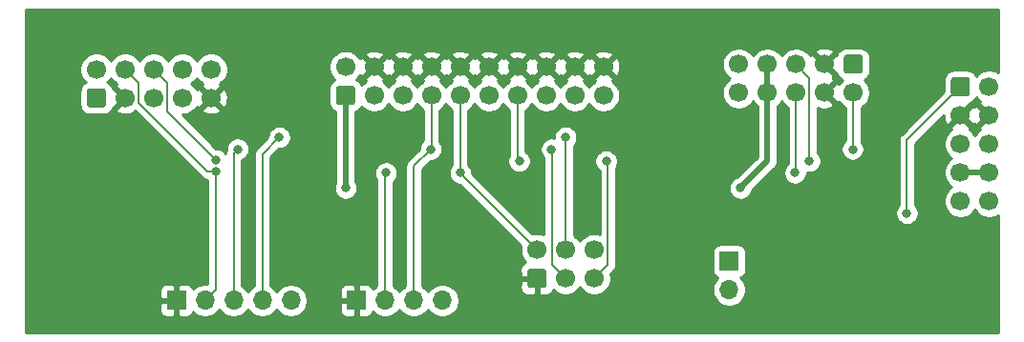
<source format=gbl>
G04 #@! TF.GenerationSoftware,KiCad,Pcbnew,(5.1.10)-1*
G04 #@! TF.CreationDate,2022-05-07T20:41:14+02:00*
G04 #@! TF.ProjectId,STM_programming_ports,53544d5f-7072-46f6-9772-616d6d696e67,rev?*
G04 #@! TF.SameCoordinates,Original*
G04 #@! TF.FileFunction,Copper,L2,Bot*
G04 #@! TF.FilePolarity,Positive*
%FSLAX46Y46*%
G04 Gerber Fmt 4.6, Leading zero omitted, Abs format (unit mm)*
G04 Created by KiCad (PCBNEW (5.1.10)-1) date 2022-05-07 20:41:14*
%MOMM*%
%LPD*%
G01*
G04 APERTURE LIST*
G04 #@! TA.AperFunction,ComponentPad*
%ADD10O,1.700000X1.700000*%
G04 #@! TD*
G04 #@! TA.AperFunction,ComponentPad*
%ADD11R,1.700000X1.700000*%
G04 #@! TD*
G04 #@! TA.AperFunction,ComponentPad*
%ADD12C,1.700000*%
G04 #@! TD*
G04 #@! TA.AperFunction,ViaPad*
%ADD13C,0.800000*%
G04 #@! TD*
G04 #@! TA.AperFunction,Conductor*
%ADD14C,0.200000*%
G04 #@! TD*
G04 #@! TA.AperFunction,Conductor*
%ADD15C,0.500000*%
G04 #@! TD*
G04 #@! TA.AperFunction,Conductor*
%ADD16C,0.254000*%
G04 #@! TD*
G04 #@! TA.AperFunction,Conductor*
%ADD17C,0.150000*%
G04 #@! TD*
G04 APERTURE END LIST*
D10*
X98160000Y-66500000D03*
X95620000Y-66500000D03*
X93080000Y-66500000D03*
X90540000Y-66500000D03*
D11*
X88000000Y-66500000D03*
D12*
X137840000Y-48040000D03*
X140380000Y-48040000D03*
X142920000Y-48040000D03*
X145460000Y-48040000D03*
X148000000Y-48040000D03*
X137840000Y-45500000D03*
X140380000Y-45500000D03*
X142920000Y-45500000D03*
X145460000Y-45500000D03*
G04 #@! TA.AperFunction,ComponentPad*
G36*
G01*
X147400000Y-44650000D02*
X148600000Y-44650000D01*
G75*
G02*
X148850000Y-44900000I0J-250000D01*
G01*
X148850000Y-46100000D01*
G75*
G02*
X148600000Y-46350000I-250000J0D01*
G01*
X147400000Y-46350000D01*
G75*
G02*
X147150000Y-46100000I0J250000D01*
G01*
X147150000Y-44900000D01*
G75*
G02*
X147400000Y-44650000I250000J0D01*
G01*
G37*
G04 #@! TD.AperFunction*
D10*
X111580000Y-66500000D03*
X109040000Y-66500000D03*
X106500000Y-66500000D03*
D11*
X103960000Y-66500000D03*
D12*
X125040000Y-62000000D03*
X122500000Y-62000000D03*
X119960000Y-62000000D03*
X125040000Y-64540000D03*
X122500000Y-64540000D03*
G04 #@! TA.AperFunction,ComponentPad*
G36*
G01*
X120560000Y-65390000D02*
X119360000Y-65390000D01*
G75*
G02*
X119110000Y-65140000I0J250000D01*
G01*
X119110000Y-63940000D01*
G75*
G02*
X119360000Y-63690000I250000J0D01*
G01*
X120560000Y-63690000D01*
G75*
G02*
X120810000Y-63940000I0J-250000D01*
G01*
X120810000Y-65140000D01*
G75*
G02*
X120560000Y-65390000I-250000J0D01*
G01*
G37*
G04 #@! TD.AperFunction*
D10*
X137000000Y-65540000D03*
D11*
X137000000Y-63000000D03*
D12*
X125860000Y-45740000D03*
X123320000Y-45740000D03*
X120780000Y-45740000D03*
X118240000Y-45740000D03*
X115700000Y-45740000D03*
X113160000Y-45740000D03*
X110620000Y-45740000D03*
X108080000Y-45740000D03*
X105540000Y-45740000D03*
X103000000Y-45740000D03*
X125860000Y-48280000D03*
X123320000Y-48280000D03*
X120780000Y-48280000D03*
X118240000Y-48280000D03*
X115700000Y-48280000D03*
X113160000Y-48280000D03*
X110620000Y-48280000D03*
X108080000Y-48280000D03*
X105540000Y-48280000D03*
G04 #@! TA.AperFunction,ComponentPad*
G36*
G01*
X103600000Y-49130000D02*
X102400000Y-49130000D01*
G75*
G02*
X102150000Y-48880000I0J250000D01*
G01*
X102150000Y-47680000D01*
G75*
G02*
X102400000Y-47430000I250000J0D01*
G01*
X103600000Y-47430000D01*
G75*
G02*
X103850000Y-47680000I0J-250000D01*
G01*
X103850000Y-48880000D01*
G75*
G02*
X103600000Y-49130000I-250000J0D01*
G01*
G37*
G04 #@! TD.AperFunction*
X160040000Y-57660000D03*
X160040000Y-55120000D03*
X160040000Y-52580000D03*
X160040000Y-50040000D03*
X160040000Y-47500000D03*
X157500000Y-57660000D03*
X157500000Y-55120000D03*
X157500000Y-52580000D03*
X157500000Y-50040000D03*
G04 #@! TA.AperFunction,ComponentPad*
G36*
G01*
X156650000Y-48100000D02*
X156650000Y-46900000D01*
G75*
G02*
X156900000Y-46650000I250000J0D01*
G01*
X158100000Y-46650000D01*
G75*
G02*
X158350000Y-46900000I0J-250000D01*
G01*
X158350000Y-48100000D01*
G75*
G02*
X158100000Y-48350000I-250000J0D01*
G01*
X156900000Y-48350000D01*
G75*
G02*
X156650000Y-48100000I0J250000D01*
G01*
G37*
G04 #@! TD.AperFunction*
X91080001Y-45960000D03*
X88540001Y-45960000D03*
X86000001Y-45960000D03*
X83460001Y-45960000D03*
X80920001Y-45960000D03*
X91080001Y-48500000D03*
X88540001Y-48500000D03*
X86000001Y-48500000D03*
X83460001Y-48500000D03*
G04 #@! TA.AperFunction,ComponentPad*
G36*
G01*
X81520001Y-49350000D02*
X80320001Y-49350000D01*
G75*
G02*
X80070001Y-49100000I0J250000D01*
G01*
X80070001Y-47900000D01*
G75*
G02*
X80320001Y-47650000I250000J0D01*
G01*
X81520001Y-47650000D01*
G75*
G02*
X81770001Y-47900000I0J-250000D01*
G01*
X81770001Y-49100000D01*
G75*
G02*
X81520001Y-49350000I-250000J0D01*
G01*
G37*
G04 #@! TD.AperFunction*
D13*
X97120001Y-52000000D03*
X122500000Y-52000000D03*
X152750000Y-58750000D03*
X144108006Y-54108006D03*
X91500000Y-54000000D03*
X118391994Y-54108006D03*
X126108006Y-54108006D03*
X142837991Y-55162009D03*
X91500000Y-55054003D03*
X113162009Y-55162009D03*
X106587991Y-55162009D03*
X147945997Y-53054003D03*
X110554003Y-53054003D03*
X93445997Y-53054003D03*
X121254003Y-53054003D03*
X138000000Y-56500000D03*
X103000000Y-56500000D03*
D14*
X95620000Y-53500001D02*
X97120001Y-52000000D01*
X95620000Y-66500000D02*
X95620000Y-53500001D01*
X122500000Y-62000000D02*
X122500000Y-52000000D01*
X152750000Y-52250000D02*
X157500000Y-47500000D01*
X152750000Y-58750000D02*
X152750000Y-52250000D01*
X144124001Y-54092011D02*
X144108006Y-54108006D01*
X142920000Y-45500000D02*
X144124001Y-46704001D01*
X144124001Y-46704001D02*
X144124001Y-54092011D01*
X87204002Y-47164001D02*
X86000001Y-45960000D01*
X87204002Y-49704002D02*
X87204002Y-47164001D01*
X91500000Y-54000000D02*
X87204002Y-49704002D01*
X118240000Y-53956012D02*
X118391994Y-54108006D01*
X118240000Y-48280000D02*
X118240000Y-53956012D01*
X126244001Y-54244001D02*
X126108006Y-54108006D01*
X126244001Y-63335999D02*
X126244001Y-54244001D01*
X125040000Y-64540000D02*
X126244001Y-63335999D01*
X142920000Y-55080000D02*
X142837991Y-55162009D01*
X142920000Y-48040000D02*
X142920000Y-55080000D01*
X113160000Y-55160000D02*
X113162009Y-55162009D01*
X113160000Y-48280000D02*
X113160000Y-55160000D01*
X106500000Y-55250000D02*
X106587991Y-55162009D01*
X106500000Y-66500000D02*
X106500000Y-55250000D01*
X113162009Y-55202009D02*
X113162009Y-55162009D01*
X119960000Y-62000000D02*
X113162009Y-55202009D01*
X84664002Y-47164001D02*
X83460001Y-45960000D01*
X84664002Y-48945923D02*
X84664002Y-47164001D01*
X90772082Y-55054003D02*
X84664002Y-48945923D01*
X91500000Y-55054003D02*
X90772082Y-55054003D01*
X91500000Y-65540000D02*
X90540000Y-66500000D01*
X91500000Y-55054003D02*
X91500000Y-65540000D01*
X148000000Y-53000000D02*
X147945997Y-53054003D01*
X148000000Y-48040000D02*
X148000000Y-53000000D01*
X110620000Y-52988006D02*
X110554003Y-53054003D01*
X110620000Y-48280000D02*
X110620000Y-52988006D01*
X93080000Y-53420000D02*
X93445997Y-53054003D01*
X93080000Y-66500000D02*
X93080000Y-53420000D01*
X109040000Y-54568006D02*
X110554003Y-53054003D01*
X109040000Y-66500000D02*
X109040000Y-54568006D01*
X121295999Y-53095999D02*
X121254003Y-53054003D01*
X121295999Y-63335999D02*
X121295999Y-53095999D01*
X122500000Y-64540000D02*
X121295999Y-63335999D01*
D15*
X140380000Y-54120000D02*
X138000000Y-56500000D01*
X140380000Y-48040000D02*
X140380000Y-54120000D01*
X103000000Y-48280000D02*
X103000000Y-56500000D01*
X140380000Y-45500000D02*
X140380000Y-48040000D01*
X160040000Y-55120000D02*
X157500000Y-55120000D01*
D16*
X160840001Y-46248549D02*
X160743411Y-46184010D01*
X160473158Y-46072068D01*
X160186260Y-46015000D01*
X159893740Y-46015000D01*
X159606842Y-46072068D01*
X159336589Y-46184010D01*
X159093368Y-46346525D01*
X158906285Y-46533608D01*
X158838405Y-46406614D01*
X158727962Y-46272038D01*
X158593386Y-46161595D01*
X158439850Y-46079528D01*
X158273254Y-46028992D01*
X158100000Y-46011928D01*
X156900000Y-46011928D01*
X156726746Y-46028992D01*
X156560150Y-46079528D01*
X156406614Y-46161595D01*
X156272038Y-46272038D01*
X156161595Y-46406614D01*
X156079528Y-46560150D01*
X156028992Y-46726746D01*
X156011928Y-46900000D01*
X156011928Y-47948625D01*
X152255808Y-51704746D01*
X152227763Y-51727762D01*
X152135914Y-51839680D01*
X152116186Y-51876589D01*
X152067664Y-51967367D01*
X152025635Y-52105915D01*
X152011444Y-52250000D01*
X152015001Y-52286115D01*
X152015000Y-58021289D01*
X151946063Y-58090226D01*
X151832795Y-58259744D01*
X151754774Y-58448102D01*
X151715000Y-58648061D01*
X151715000Y-58851939D01*
X151754774Y-59051898D01*
X151832795Y-59240256D01*
X151946063Y-59409774D01*
X152090226Y-59553937D01*
X152259744Y-59667205D01*
X152448102Y-59745226D01*
X152648061Y-59785000D01*
X152851939Y-59785000D01*
X153051898Y-59745226D01*
X153240256Y-59667205D01*
X153409774Y-59553937D01*
X153553937Y-59409774D01*
X153667205Y-59240256D01*
X153745226Y-59051898D01*
X153785000Y-58851939D01*
X153785000Y-58648061D01*
X153745226Y-58448102D01*
X153667205Y-58259744D01*
X153553937Y-58090226D01*
X153485000Y-58021289D01*
X153485000Y-52554446D01*
X156013718Y-50025729D01*
X156009389Y-50108531D01*
X156051401Y-50398019D01*
X156149081Y-50673747D01*
X156222528Y-50811157D01*
X156471603Y-50888792D01*
X157320395Y-50040000D01*
X157679605Y-50040000D01*
X158528397Y-50888792D01*
X158770000Y-50813486D01*
X159011603Y-50888792D01*
X159860395Y-50040000D01*
X159011603Y-49191208D01*
X158770000Y-49266514D01*
X158528397Y-49191208D01*
X157679605Y-50040000D01*
X157320395Y-50040000D01*
X157306253Y-50025858D01*
X157485858Y-49846253D01*
X157500000Y-49860395D01*
X158348792Y-49011603D01*
X158330707Y-48953580D01*
X158439850Y-48920472D01*
X158593386Y-48838405D01*
X158727962Y-48727962D01*
X158838405Y-48593386D01*
X158906285Y-48466392D01*
X159093368Y-48653475D01*
X159266729Y-48769311D01*
X159191208Y-49011603D01*
X160040000Y-49860395D01*
X160054143Y-49846253D01*
X160233748Y-50025858D01*
X160219605Y-50040000D01*
X160233748Y-50054143D01*
X160054143Y-50233748D01*
X160040000Y-50219605D01*
X159191208Y-51068397D01*
X159266729Y-51310689D01*
X159093368Y-51426525D01*
X158886525Y-51633368D01*
X158770000Y-51807760D01*
X158653475Y-51633368D01*
X158446632Y-51426525D01*
X158273271Y-51310689D01*
X158348792Y-51068397D01*
X157500000Y-50219605D01*
X156651208Y-51068397D01*
X156726729Y-51310689D01*
X156553368Y-51426525D01*
X156346525Y-51633368D01*
X156184010Y-51876589D01*
X156072068Y-52146842D01*
X156015000Y-52433740D01*
X156015000Y-52726260D01*
X156072068Y-53013158D01*
X156184010Y-53283411D01*
X156346525Y-53526632D01*
X156553368Y-53733475D01*
X156727760Y-53850000D01*
X156553368Y-53966525D01*
X156346525Y-54173368D01*
X156184010Y-54416589D01*
X156072068Y-54686842D01*
X156015000Y-54973740D01*
X156015000Y-55266260D01*
X156072068Y-55553158D01*
X156184010Y-55823411D01*
X156346525Y-56066632D01*
X156553368Y-56273475D01*
X156727760Y-56390000D01*
X156553368Y-56506525D01*
X156346525Y-56713368D01*
X156184010Y-56956589D01*
X156072068Y-57226842D01*
X156015000Y-57513740D01*
X156015000Y-57806260D01*
X156072068Y-58093158D01*
X156184010Y-58363411D01*
X156346525Y-58606632D01*
X156553368Y-58813475D01*
X156796589Y-58975990D01*
X157066842Y-59087932D01*
X157353740Y-59145000D01*
X157646260Y-59145000D01*
X157933158Y-59087932D01*
X158203411Y-58975990D01*
X158446632Y-58813475D01*
X158653475Y-58606632D01*
X158770000Y-58432240D01*
X158886525Y-58606632D01*
X159093368Y-58813475D01*
X159336589Y-58975990D01*
X159606842Y-59087932D01*
X159893740Y-59145000D01*
X160186260Y-59145000D01*
X160473158Y-59087932D01*
X160743411Y-58975990D01*
X160840000Y-58911451D01*
X160840001Y-69340000D01*
X74660000Y-69340000D01*
X74660000Y-67350000D01*
X86511928Y-67350000D01*
X86524188Y-67474482D01*
X86560498Y-67594180D01*
X86619463Y-67704494D01*
X86698815Y-67801185D01*
X86795506Y-67880537D01*
X86905820Y-67939502D01*
X87025518Y-67975812D01*
X87150000Y-67988072D01*
X87714250Y-67985000D01*
X87873000Y-67826250D01*
X87873000Y-66627000D01*
X86673750Y-66627000D01*
X86515000Y-66785750D01*
X86511928Y-67350000D01*
X74660000Y-67350000D01*
X74660000Y-65650000D01*
X86511928Y-65650000D01*
X86515000Y-66214250D01*
X86673750Y-66373000D01*
X87873000Y-66373000D01*
X87873000Y-65173750D01*
X87714250Y-65015000D01*
X87150000Y-65011928D01*
X87025518Y-65024188D01*
X86905820Y-65060498D01*
X86795506Y-65119463D01*
X86698815Y-65198815D01*
X86619463Y-65295506D01*
X86560498Y-65405820D01*
X86524188Y-65525518D01*
X86511928Y-65650000D01*
X74660000Y-65650000D01*
X74660000Y-47900000D01*
X79431929Y-47900000D01*
X79431929Y-49100000D01*
X79448993Y-49273254D01*
X79499529Y-49439850D01*
X79581596Y-49593386D01*
X79692039Y-49727962D01*
X79826615Y-49838405D01*
X79980151Y-49920472D01*
X80146747Y-49971008D01*
X80320001Y-49988072D01*
X81520001Y-49988072D01*
X81693255Y-49971008D01*
X81859851Y-49920472D01*
X82013387Y-49838405D01*
X82147963Y-49727962D01*
X82258406Y-49593386D01*
X82340473Y-49439850D01*
X82373581Y-49330707D01*
X82431604Y-49348792D01*
X83280396Y-48500000D01*
X82431604Y-47651208D01*
X82373581Y-47669293D01*
X82340473Y-47560150D01*
X82258406Y-47406614D01*
X82147963Y-47272038D01*
X82013387Y-47161595D01*
X81886393Y-47093715D01*
X82073476Y-46906632D01*
X82190001Y-46732240D01*
X82306526Y-46906632D01*
X82513369Y-47113475D01*
X82686730Y-47229311D01*
X82611209Y-47471603D01*
X83460001Y-48320395D01*
X83474144Y-48306253D01*
X83653749Y-48485858D01*
X83639606Y-48500000D01*
X83653749Y-48514143D01*
X83474144Y-48693748D01*
X83460001Y-48679605D01*
X82611209Y-49528397D01*
X82688844Y-49777472D01*
X82952884Y-49903371D01*
X83236412Y-49975339D01*
X83528532Y-49990611D01*
X83818020Y-49948599D01*
X84093748Y-49850919D01*
X84231158Y-49777472D01*
X84284611Y-49605978D01*
X90226828Y-55548196D01*
X90249844Y-55576241D01*
X90352293Y-55660319D01*
X90361762Y-55668090D01*
X90489448Y-55736340D01*
X90627997Y-55778368D01*
X90765000Y-55791861D01*
X90765001Y-65030663D01*
X90686260Y-65015000D01*
X90393740Y-65015000D01*
X90106842Y-65072068D01*
X89836589Y-65184010D01*
X89593368Y-65346525D01*
X89461513Y-65478380D01*
X89439502Y-65405820D01*
X89380537Y-65295506D01*
X89301185Y-65198815D01*
X89204494Y-65119463D01*
X89094180Y-65060498D01*
X88974482Y-65024188D01*
X88850000Y-65011928D01*
X88285750Y-65015000D01*
X88127000Y-65173750D01*
X88127000Y-66373000D01*
X88147000Y-66373000D01*
X88147000Y-66627000D01*
X88127000Y-66627000D01*
X88127000Y-67826250D01*
X88285750Y-67985000D01*
X88850000Y-67988072D01*
X88974482Y-67975812D01*
X89094180Y-67939502D01*
X89204494Y-67880537D01*
X89301185Y-67801185D01*
X89380537Y-67704494D01*
X89439502Y-67594180D01*
X89461513Y-67521620D01*
X89593368Y-67653475D01*
X89836589Y-67815990D01*
X90106842Y-67927932D01*
X90393740Y-67985000D01*
X90686260Y-67985000D01*
X90973158Y-67927932D01*
X91243411Y-67815990D01*
X91486632Y-67653475D01*
X91693475Y-67446632D01*
X91810000Y-67272240D01*
X91926525Y-67446632D01*
X92133368Y-67653475D01*
X92376589Y-67815990D01*
X92646842Y-67927932D01*
X92933740Y-67985000D01*
X93226260Y-67985000D01*
X93513158Y-67927932D01*
X93783411Y-67815990D01*
X94026632Y-67653475D01*
X94233475Y-67446632D01*
X94350000Y-67272240D01*
X94466525Y-67446632D01*
X94673368Y-67653475D01*
X94916589Y-67815990D01*
X95186842Y-67927932D01*
X95473740Y-67985000D01*
X95766260Y-67985000D01*
X96053158Y-67927932D01*
X96323411Y-67815990D01*
X96566632Y-67653475D01*
X96773475Y-67446632D01*
X96890000Y-67272240D01*
X97006525Y-67446632D01*
X97213368Y-67653475D01*
X97456589Y-67815990D01*
X97726842Y-67927932D01*
X98013740Y-67985000D01*
X98306260Y-67985000D01*
X98593158Y-67927932D01*
X98863411Y-67815990D01*
X99106632Y-67653475D01*
X99313475Y-67446632D01*
X99378042Y-67350000D01*
X102471928Y-67350000D01*
X102484188Y-67474482D01*
X102520498Y-67594180D01*
X102579463Y-67704494D01*
X102658815Y-67801185D01*
X102755506Y-67880537D01*
X102865820Y-67939502D01*
X102985518Y-67975812D01*
X103110000Y-67988072D01*
X103674250Y-67985000D01*
X103833000Y-67826250D01*
X103833000Y-66627000D01*
X102633750Y-66627000D01*
X102475000Y-66785750D01*
X102471928Y-67350000D01*
X99378042Y-67350000D01*
X99475990Y-67203411D01*
X99587932Y-66933158D01*
X99645000Y-66646260D01*
X99645000Y-66353740D01*
X99587932Y-66066842D01*
X99475990Y-65796589D01*
X99378043Y-65650000D01*
X102471928Y-65650000D01*
X102475000Y-66214250D01*
X102633750Y-66373000D01*
X103833000Y-66373000D01*
X103833000Y-65173750D01*
X103674250Y-65015000D01*
X103110000Y-65011928D01*
X102985518Y-65024188D01*
X102865820Y-65060498D01*
X102755506Y-65119463D01*
X102658815Y-65198815D01*
X102579463Y-65295506D01*
X102520498Y-65405820D01*
X102484188Y-65525518D01*
X102471928Y-65650000D01*
X99378043Y-65650000D01*
X99313475Y-65553368D01*
X99106632Y-65346525D01*
X98863411Y-65184010D01*
X98593158Y-65072068D01*
X98306260Y-65015000D01*
X98013740Y-65015000D01*
X97726842Y-65072068D01*
X97456589Y-65184010D01*
X97213368Y-65346525D01*
X97006525Y-65553368D01*
X96890000Y-65727760D01*
X96773475Y-65553368D01*
X96566632Y-65346525D01*
X96355000Y-65205117D01*
X96355000Y-53804447D01*
X97124448Y-53035000D01*
X97221940Y-53035000D01*
X97421899Y-52995226D01*
X97610257Y-52917205D01*
X97779775Y-52803937D01*
X97923938Y-52659774D01*
X98037206Y-52490256D01*
X98115227Y-52301898D01*
X98155001Y-52101939D01*
X98155001Y-51898061D01*
X98115227Y-51698102D01*
X98037206Y-51509744D01*
X97923938Y-51340226D01*
X97779775Y-51196063D01*
X97610257Y-51082795D01*
X97421899Y-51004774D01*
X97221940Y-50965000D01*
X97018062Y-50965000D01*
X96818103Y-51004774D01*
X96629745Y-51082795D01*
X96460227Y-51196063D01*
X96316064Y-51340226D01*
X96202796Y-51509744D01*
X96124775Y-51698102D01*
X96085001Y-51898061D01*
X96085001Y-51995553D01*
X95125808Y-52954747D01*
X95097763Y-52977763D01*
X95005914Y-53089681D01*
X94970497Y-53155942D01*
X94937664Y-53217368D01*
X94895635Y-53355916D01*
X94881444Y-53500001D01*
X94885001Y-53536116D01*
X94885000Y-65205117D01*
X94673368Y-65346525D01*
X94466525Y-65553368D01*
X94350000Y-65727760D01*
X94233475Y-65553368D01*
X94026632Y-65346525D01*
X93815000Y-65205117D01*
X93815000Y-54021433D01*
X93936253Y-53971208D01*
X94105771Y-53857940D01*
X94249934Y-53713777D01*
X94363202Y-53544259D01*
X94441223Y-53355901D01*
X94480997Y-53155942D01*
X94480997Y-52952064D01*
X94441223Y-52752105D01*
X94363202Y-52563747D01*
X94249934Y-52394229D01*
X94105771Y-52250066D01*
X93936253Y-52136798D01*
X93747895Y-52058777D01*
X93547936Y-52019003D01*
X93344058Y-52019003D01*
X93144099Y-52058777D01*
X92955741Y-52136798D01*
X92786223Y-52250066D01*
X92642060Y-52394229D01*
X92528792Y-52563747D01*
X92450771Y-52752105D01*
X92410997Y-52952064D01*
X92410997Y-53112423D01*
X92410806Y-53112780D01*
X92397664Y-53137367D01*
X92355635Y-53275915D01*
X92343473Y-53399396D01*
X92303937Y-53340226D01*
X92159774Y-53196063D01*
X91990256Y-53082795D01*
X91801898Y-53004774D01*
X91601939Y-52965000D01*
X91504447Y-52965000D01*
X88524446Y-49985000D01*
X88686261Y-49985000D01*
X88973159Y-49927932D01*
X89243412Y-49815990D01*
X89486633Y-49653475D01*
X89611711Y-49528397D01*
X90231209Y-49528397D01*
X90308844Y-49777472D01*
X90572884Y-49903371D01*
X90856412Y-49975339D01*
X91148532Y-49990611D01*
X91438020Y-49948599D01*
X91713748Y-49850919D01*
X91851158Y-49777472D01*
X91928793Y-49528397D01*
X91080001Y-48679605D01*
X90231209Y-49528397D01*
X89611711Y-49528397D01*
X89693476Y-49446632D01*
X89809312Y-49273271D01*
X90051604Y-49348792D01*
X90900396Y-48500000D01*
X91259606Y-48500000D01*
X92108398Y-49348792D01*
X92357473Y-49271157D01*
X92483372Y-49007117D01*
X92555340Y-48723589D01*
X92570612Y-48431469D01*
X92528600Y-48141981D01*
X92430920Y-47866253D01*
X92357473Y-47728843D01*
X92200771Y-47680000D01*
X101511928Y-47680000D01*
X101511928Y-48880000D01*
X101528992Y-49053254D01*
X101579528Y-49219850D01*
X101661595Y-49373386D01*
X101772038Y-49507962D01*
X101906614Y-49618405D01*
X102060150Y-49700472D01*
X102115000Y-49717111D01*
X102115001Y-55961544D01*
X102082795Y-56009744D01*
X102004774Y-56198102D01*
X101965000Y-56398061D01*
X101965000Y-56601939D01*
X102004774Y-56801898D01*
X102082795Y-56990256D01*
X102196063Y-57159774D01*
X102340226Y-57303937D01*
X102509744Y-57417205D01*
X102698102Y-57495226D01*
X102898061Y-57535000D01*
X103101939Y-57535000D01*
X103301898Y-57495226D01*
X103490256Y-57417205D01*
X103659774Y-57303937D01*
X103803937Y-57159774D01*
X103917205Y-56990256D01*
X103995226Y-56801898D01*
X104035000Y-56601939D01*
X104035000Y-56398061D01*
X103995226Y-56198102D01*
X103917205Y-56009744D01*
X103885000Y-55961546D01*
X103885000Y-49717110D01*
X103939850Y-49700472D01*
X104093386Y-49618405D01*
X104227962Y-49507962D01*
X104338405Y-49373386D01*
X104406285Y-49246392D01*
X104593368Y-49433475D01*
X104836589Y-49595990D01*
X105106842Y-49707932D01*
X105393740Y-49765000D01*
X105686260Y-49765000D01*
X105973158Y-49707932D01*
X106243411Y-49595990D01*
X106486632Y-49433475D01*
X106693475Y-49226632D01*
X106810000Y-49052240D01*
X106926525Y-49226632D01*
X107133368Y-49433475D01*
X107376589Y-49595990D01*
X107646842Y-49707932D01*
X107933740Y-49765000D01*
X108226260Y-49765000D01*
X108513158Y-49707932D01*
X108783411Y-49595990D01*
X109026632Y-49433475D01*
X109233475Y-49226632D01*
X109350000Y-49052240D01*
X109466525Y-49226632D01*
X109673368Y-49433475D01*
X109885000Y-49574883D01*
X109885001Y-52259294D01*
X109750066Y-52394229D01*
X109636798Y-52563747D01*
X109558777Y-52752105D01*
X109519003Y-52952064D01*
X109519003Y-53049556D01*
X108545808Y-54022752D01*
X108517763Y-54045768D01*
X108425914Y-54157686D01*
X108376536Y-54250066D01*
X108357664Y-54285373D01*
X108315635Y-54423921D01*
X108301444Y-54568006D01*
X108305001Y-54604121D01*
X108305000Y-65205117D01*
X108093368Y-65346525D01*
X107886525Y-65553368D01*
X107770000Y-65727760D01*
X107653475Y-65553368D01*
X107446632Y-65346525D01*
X107235000Y-65205117D01*
X107235000Y-55974475D01*
X107247765Y-55965946D01*
X107391928Y-55821783D01*
X107505196Y-55652265D01*
X107583217Y-55463907D01*
X107622991Y-55263948D01*
X107622991Y-55060070D01*
X107583217Y-54860111D01*
X107505196Y-54671753D01*
X107391928Y-54502235D01*
X107247765Y-54358072D01*
X107078247Y-54244804D01*
X106889889Y-54166783D01*
X106689930Y-54127009D01*
X106486052Y-54127009D01*
X106286093Y-54166783D01*
X106097735Y-54244804D01*
X105928217Y-54358072D01*
X105784054Y-54502235D01*
X105670786Y-54671753D01*
X105592765Y-54860111D01*
X105552991Y-55060070D01*
X105552991Y-55263948D01*
X105592765Y-55463907D01*
X105670786Y-55652265D01*
X105765001Y-55793268D01*
X105765000Y-65205117D01*
X105553368Y-65346525D01*
X105421513Y-65478380D01*
X105399502Y-65405820D01*
X105340537Y-65295506D01*
X105261185Y-65198815D01*
X105164494Y-65119463D01*
X105054180Y-65060498D01*
X104934482Y-65024188D01*
X104810000Y-65011928D01*
X104245750Y-65015000D01*
X104087000Y-65173750D01*
X104087000Y-66373000D01*
X104107000Y-66373000D01*
X104107000Y-66627000D01*
X104087000Y-66627000D01*
X104087000Y-67826250D01*
X104245750Y-67985000D01*
X104810000Y-67988072D01*
X104934482Y-67975812D01*
X105054180Y-67939502D01*
X105164494Y-67880537D01*
X105261185Y-67801185D01*
X105340537Y-67704494D01*
X105399502Y-67594180D01*
X105421513Y-67521620D01*
X105553368Y-67653475D01*
X105796589Y-67815990D01*
X106066842Y-67927932D01*
X106353740Y-67985000D01*
X106646260Y-67985000D01*
X106933158Y-67927932D01*
X107203411Y-67815990D01*
X107446632Y-67653475D01*
X107653475Y-67446632D01*
X107770000Y-67272240D01*
X107886525Y-67446632D01*
X108093368Y-67653475D01*
X108336589Y-67815990D01*
X108606842Y-67927932D01*
X108893740Y-67985000D01*
X109186260Y-67985000D01*
X109473158Y-67927932D01*
X109743411Y-67815990D01*
X109986632Y-67653475D01*
X110193475Y-67446632D01*
X110310000Y-67272240D01*
X110426525Y-67446632D01*
X110633368Y-67653475D01*
X110876589Y-67815990D01*
X111146842Y-67927932D01*
X111433740Y-67985000D01*
X111726260Y-67985000D01*
X112013158Y-67927932D01*
X112283411Y-67815990D01*
X112526632Y-67653475D01*
X112733475Y-67446632D01*
X112895990Y-67203411D01*
X113007932Y-66933158D01*
X113065000Y-66646260D01*
X113065000Y-66353740D01*
X113007932Y-66066842D01*
X112895990Y-65796589D01*
X112733475Y-65553368D01*
X112570107Y-65390000D01*
X118471928Y-65390000D01*
X118484188Y-65514482D01*
X118520498Y-65634180D01*
X118579463Y-65744494D01*
X118658815Y-65841185D01*
X118755506Y-65920537D01*
X118865820Y-65979502D01*
X118985518Y-66015812D01*
X119110000Y-66028072D01*
X119674250Y-66025000D01*
X119833000Y-65866250D01*
X119833000Y-64667000D01*
X118633750Y-64667000D01*
X118475000Y-64825750D01*
X118471928Y-65390000D01*
X112570107Y-65390000D01*
X112526632Y-65346525D01*
X112283411Y-65184010D01*
X112013158Y-65072068D01*
X111726260Y-65015000D01*
X111433740Y-65015000D01*
X111146842Y-65072068D01*
X110876589Y-65184010D01*
X110633368Y-65346525D01*
X110426525Y-65553368D01*
X110310000Y-65727760D01*
X110193475Y-65553368D01*
X109986632Y-65346525D01*
X109775000Y-65205117D01*
X109775000Y-54872452D01*
X110558450Y-54089003D01*
X110655942Y-54089003D01*
X110855901Y-54049229D01*
X111044259Y-53971208D01*
X111213777Y-53857940D01*
X111357940Y-53713777D01*
X111471208Y-53544259D01*
X111549229Y-53355901D01*
X111589003Y-53155942D01*
X111589003Y-52952064D01*
X111549229Y-52752105D01*
X111471208Y-52563747D01*
X111357940Y-52394229D01*
X111355000Y-52391289D01*
X111355000Y-49574883D01*
X111566632Y-49433475D01*
X111773475Y-49226632D01*
X111890000Y-49052240D01*
X112006525Y-49226632D01*
X112213368Y-49433475D01*
X112425000Y-49574883D01*
X112425001Y-54435306D01*
X112358072Y-54502235D01*
X112244804Y-54671753D01*
X112166783Y-54860111D01*
X112127009Y-55060070D01*
X112127009Y-55263948D01*
X112166783Y-55463907D01*
X112244804Y-55652265D01*
X112358072Y-55821783D01*
X112502235Y-55965946D01*
X112671753Y-56079214D01*
X112860111Y-56157235D01*
X113060070Y-56197009D01*
X113117563Y-56197009D01*
X118524656Y-61604103D01*
X118475000Y-61853740D01*
X118475000Y-62146260D01*
X118532068Y-62433158D01*
X118644010Y-62703411D01*
X118806525Y-62946632D01*
X118938380Y-63078487D01*
X118865820Y-63100498D01*
X118755506Y-63159463D01*
X118658815Y-63238815D01*
X118579463Y-63335506D01*
X118520498Y-63445820D01*
X118484188Y-63565518D01*
X118471928Y-63690000D01*
X118475000Y-64254250D01*
X118633750Y-64413000D01*
X119833000Y-64413000D01*
X119833000Y-64393000D01*
X120087000Y-64393000D01*
X120087000Y-64413000D01*
X120107000Y-64413000D01*
X120107000Y-64667000D01*
X120087000Y-64667000D01*
X120087000Y-65866250D01*
X120245750Y-66025000D01*
X120810000Y-66028072D01*
X120934482Y-66015812D01*
X121054180Y-65979502D01*
X121164494Y-65920537D01*
X121261185Y-65841185D01*
X121340537Y-65744494D01*
X121399502Y-65634180D01*
X121421513Y-65561620D01*
X121553368Y-65693475D01*
X121796589Y-65855990D01*
X122066842Y-65967932D01*
X122353740Y-66025000D01*
X122646260Y-66025000D01*
X122933158Y-65967932D01*
X123203411Y-65855990D01*
X123446632Y-65693475D01*
X123653475Y-65486632D01*
X123770000Y-65312240D01*
X123886525Y-65486632D01*
X124093368Y-65693475D01*
X124336589Y-65855990D01*
X124606842Y-65967932D01*
X124893740Y-66025000D01*
X125186260Y-66025000D01*
X125473158Y-65967932D01*
X125743411Y-65855990D01*
X125986632Y-65693475D01*
X126193475Y-65486632D01*
X126355990Y-65243411D01*
X126467932Y-64973158D01*
X126525000Y-64686260D01*
X126525000Y-64393740D01*
X126475344Y-64144103D01*
X126738198Y-63881249D01*
X126766238Y-63858237D01*
X126789251Y-63830196D01*
X126789254Y-63830193D01*
X126858088Y-63746319D01*
X126926338Y-63618633D01*
X126968366Y-63480084D01*
X126982557Y-63335999D01*
X126979001Y-63299894D01*
X126979001Y-62150000D01*
X135511928Y-62150000D01*
X135511928Y-63850000D01*
X135524188Y-63974482D01*
X135560498Y-64094180D01*
X135619463Y-64204494D01*
X135698815Y-64301185D01*
X135795506Y-64380537D01*
X135905820Y-64439502D01*
X135978380Y-64461513D01*
X135846525Y-64593368D01*
X135684010Y-64836589D01*
X135572068Y-65106842D01*
X135515000Y-65393740D01*
X135515000Y-65686260D01*
X135572068Y-65973158D01*
X135684010Y-66243411D01*
X135846525Y-66486632D01*
X136053368Y-66693475D01*
X136296589Y-66855990D01*
X136566842Y-66967932D01*
X136853740Y-67025000D01*
X137146260Y-67025000D01*
X137433158Y-66967932D01*
X137703411Y-66855990D01*
X137946632Y-66693475D01*
X138153475Y-66486632D01*
X138315990Y-66243411D01*
X138427932Y-65973158D01*
X138485000Y-65686260D01*
X138485000Y-65393740D01*
X138427932Y-65106842D01*
X138315990Y-64836589D01*
X138153475Y-64593368D01*
X138021620Y-64461513D01*
X138094180Y-64439502D01*
X138204494Y-64380537D01*
X138301185Y-64301185D01*
X138380537Y-64204494D01*
X138439502Y-64094180D01*
X138475812Y-63974482D01*
X138488072Y-63850000D01*
X138488072Y-62150000D01*
X138475812Y-62025518D01*
X138439502Y-61905820D01*
X138380537Y-61795506D01*
X138301185Y-61698815D01*
X138204494Y-61619463D01*
X138094180Y-61560498D01*
X137974482Y-61524188D01*
X137850000Y-61511928D01*
X136150000Y-61511928D01*
X136025518Y-61524188D01*
X135905820Y-61560498D01*
X135795506Y-61619463D01*
X135698815Y-61698815D01*
X135619463Y-61795506D01*
X135560498Y-61905820D01*
X135524188Y-62025518D01*
X135511928Y-62150000D01*
X126979001Y-62150000D01*
X126979001Y-54667420D01*
X127025211Y-54598262D01*
X127103232Y-54409904D01*
X127143006Y-54209945D01*
X127143006Y-54006067D01*
X127103232Y-53806108D01*
X127025211Y-53617750D01*
X126911943Y-53448232D01*
X126767780Y-53304069D01*
X126598262Y-53190801D01*
X126409904Y-53112780D01*
X126209945Y-53073006D01*
X126006067Y-53073006D01*
X125806108Y-53112780D01*
X125617750Y-53190801D01*
X125448232Y-53304069D01*
X125304069Y-53448232D01*
X125190801Y-53617750D01*
X125112780Y-53806108D01*
X125073006Y-54006067D01*
X125073006Y-54209945D01*
X125112780Y-54409904D01*
X125190801Y-54598262D01*
X125304069Y-54767780D01*
X125448232Y-54911943D01*
X125509002Y-54952548D01*
X125509001Y-60586915D01*
X125473158Y-60572068D01*
X125186260Y-60515000D01*
X124893740Y-60515000D01*
X124606842Y-60572068D01*
X124336589Y-60684010D01*
X124093368Y-60846525D01*
X123886525Y-61053368D01*
X123770000Y-61227760D01*
X123653475Y-61053368D01*
X123446632Y-60846525D01*
X123235000Y-60705117D01*
X123235000Y-52728711D01*
X123303937Y-52659774D01*
X123417205Y-52490256D01*
X123495226Y-52301898D01*
X123535000Y-52101939D01*
X123535000Y-51898061D01*
X123495226Y-51698102D01*
X123417205Y-51509744D01*
X123303937Y-51340226D01*
X123159774Y-51196063D01*
X122990256Y-51082795D01*
X122801898Y-51004774D01*
X122601939Y-50965000D01*
X122398061Y-50965000D01*
X122198102Y-51004774D01*
X122009744Y-51082795D01*
X121840226Y-51196063D01*
X121696063Y-51340226D01*
X121582795Y-51509744D01*
X121504774Y-51698102D01*
X121465000Y-51898061D01*
X121465000Y-52040696D01*
X121355942Y-52019003D01*
X121152064Y-52019003D01*
X120952105Y-52058777D01*
X120763747Y-52136798D01*
X120594229Y-52250066D01*
X120450066Y-52394229D01*
X120336798Y-52563747D01*
X120258777Y-52752105D01*
X120219003Y-52952064D01*
X120219003Y-53155942D01*
X120258777Y-53355901D01*
X120336798Y-53544259D01*
X120450066Y-53713777D01*
X120561000Y-53824711D01*
X120560999Y-60641590D01*
X120393158Y-60572068D01*
X120106260Y-60515000D01*
X119813740Y-60515000D01*
X119564103Y-60564656D01*
X114197009Y-55197563D01*
X114197009Y-55060070D01*
X114157235Y-54860111D01*
X114079214Y-54671753D01*
X113965946Y-54502235D01*
X113895000Y-54431289D01*
X113895000Y-49574883D01*
X114106632Y-49433475D01*
X114313475Y-49226632D01*
X114430000Y-49052240D01*
X114546525Y-49226632D01*
X114753368Y-49433475D01*
X114996589Y-49595990D01*
X115266842Y-49707932D01*
X115553740Y-49765000D01*
X115846260Y-49765000D01*
X116133158Y-49707932D01*
X116403411Y-49595990D01*
X116646632Y-49433475D01*
X116853475Y-49226632D01*
X116970000Y-49052240D01*
X117086525Y-49226632D01*
X117293368Y-49433475D01*
X117505000Y-49574883D01*
X117505001Y-53572535D01*
X117474789Y-53617750D01*
X117396768Y-53806108D01*
X117356994Y-54006067D01*
X117356994Y-54209945D01*
X117396768Y-54409904D01*
X117474789Y-54598262D01*
X117588057Y-54767780D01*
X117732220Y-54911943D01*
X117901738Y-55025211D01*
X118090096Y-55103232D01*
X118290055Y-55143006D01*
X118493933Y-55143006D01*
X118693892Y-55103232D01*
X118882250Y-55025211D01*
X119051768Y-54911943D01*
X119195931Y-54767780D01*
X119309199Y-54598262D01*
X119387220Y-54409904D01*
X119426994Y-54209945D01*
X119426994Y-54006067D01*
X119387220Y-53806108D01*
X119309199Y-53617750D01*
X119195931Y-53448232D01*
X119051768Y-53304069D01*
X118975000Y-53252774D01*
X118975000Y-49574883D01*
X119186632Y-49433475D01*
X119393475Y-49226632D01*
X119510000Y-49052240D01*
X119626525Y-49226632D01*
X119833368Y-49433475D01*
X120076589Y-49595990D01*
X120346842Y-49707932D01*
X120633740Y-49765000D01*
X120926260Y-49765000D01*
X121213158Y-49707932D01*
X121483411Y-49595990D01*
X121726632Y-49433475D01*
X121933475Y-49226632D01*
X122050000Y-49052240D01*
X122166525Y-49226632D01*
X122373368Y-49433475D01*
X122616589Y-49595990D01*
X122886842Y-49707932D01*
X123173740Y-49765000D01*
X123466260Y-49765000D01*
X123753158Y-49707932D01*
X124023411Y-49595990D01*
X124266632Y-49433475D01*
X124473475Y-49226632D01*
X124590000Y-49052240D01*
X124706525Y-49226632D01*
X124913368Y-49433475D01*
X125156589Y-49595990D01*
X125426842Y-49707932D01*
X125713740Y-49765000D01*
X126006260Y-49765000D01*
X126293158Y-49707932D01*
X126563411Y-49595990D01*
X126806632Y-49433475D01*
X127013475Y-49226632D01*
X127175990Y-48983411D01*
X127287932Y-48713158D01*
X127345000Y-48426260D01*
X127345000Y-48133740D01*
X127287932Y-47846842D01*
X127175990Y-47576589D01*
X127013475Y-47333368D01*
X126806632Y-47126525D01*
X126633271Y-47010689D01*
X126708792Y-46768397D01*
X125860000Y-45919605D01*
X125011208Y-46768397D01*
X125086729Y-47010689D01*
X124913368Y-47126525D01*
X124706525Y-47333368D01*
X124590000Y-47507760D01*
X124473475Y-47333368D01*
X124266632Y-47126525D01*
X124093271Y-47010689D01*
X124168792Y-46768397D01*
X123320000Y-45919605D01*
X122471208Y-46768397D01*
X122546729Y-47010689D01*
X122373368Y-47126525D01*
X122166525Y-47333368D01*
X122050000Y-47507760D01*
X121933475Y-47333368D01*
X121726632Y-47126525D01*
X121553271Y-47010689D01*
X121628792Y-46768397D01*
X120780000Y-45919605D01*
X119931208Y-46768397D01*
X120006729Y-47010689D01*
X119833368Y-47126525D01*
X119626525Y-47333368D01*
X119510000Y-47507760D01*
X119393475Y-47333368D01*
X119186632Y-47126525D01*
X119013271Y-47010689D01*
X119088792Y-46768397D01*
X118240000Y-45919605D01*
X117391208Y-46768397D01*
X117466729Y-47010689D01*
X117293368Y-47126525D01*
X117086525Y-47333368D01*
X116970000Y-47507760D01*
X116853475Y-47333368D01*
X116646632Y-47126525D01*
X116473271Y-47010689D01*
X116548792Y-46768397D01*
X115700000Y-45919605D01*
X114851208Y-46768397D01*
X114926729Y-47010689D01*
X114753368Y-47126525D01*
X114546525Y-47333368D01*
X114430000Y-47507760D01*
X114313475Y-47333368D01*
X114106632Y-47126525D01*
X113933271Y-47010689D01*
X114008792Y-46768397D01*
X113160000Y-45919605D01*
X112311208Y-46768397D01*
X112386729Y-47010689D01*
X112213368Y-47126525D01*
X112006525Y-47333368D01*
X111890000Y-47507760D01*
X111773475Y-47333368D01*
X111566632Y-47126525D01*
X111393271Y-47010689D01*
X111468792Y-46768397D01*
X110620000Y-45919605D01*
X109771208Y-46768397D01*
X109846729Y-47010689D01*
X109673368Y-47126525D01*
X109466525Y-47333368D01*
X109350000Y-47507760D01*
X109233475Y-47333368D01*
X109026632Y-47126525D01*
X108853271Y-47010689D01*
X108928792Y-46768397D01*
X108080000Y-45919605D01*
X107231208Y-46768397D01*
X107306729Y-47010689D01*
X107133368Y-47126525D01*
X106926525Y-47333368D01*
X106810000Y-47507760D01*
X106693475Y-47333368D01*
X106486632Y-47126525D01*
X106313271Y-47010689D01*
X106388792Y-46768397D01*
X105540000Y-45919605D01*
X104691208Y-46768397D01*
X104766729Y-47010689D01*
X104593368Y-47126525D01*
X104406285Y-47313608D01*
X104338405Y-47186614D01*
X104227962Y-47052038D01*
X104093386Y-46941595D01*
X103966392Y-46873715D01*
X104153475Y-46686632D01*
X104269311Y-46513271D01*
X104511603Y-46588792D01*
X105360395Y-45740000D01*
X105719605Y-45740000D01*
X106568397Y-46588792D01*
X106810000Y-46513486D01*
X107051603Y-46588792D01*
X107900395Y-45740000D01*
X108259605Y-45740000D01*
X109108397Y-46588792D01*
X109350000Y-46513486D01*
X109591603Y-46588792D01*
X110440395Y-45740000D01*
X110799605Y-45740000D01*
X111648397Y-46588792D01*
X111890000Y-46513486D01*
X112131603Y-46588792D01*
X112980395Y-45740000D01*
X113339605Y-45740000D01*
X114188397Y-46588792D01*
X114430000Y-46513486D01*
X114671603Y-46588792D01*
X115520395Y-45740000D01*
X115879605Y-45740000D01*
X116728397Y-46588792D01*
X116970000Y-46513486D01*
X117211603Y-46588792D01*
X118060395Y-45740000D01*
X118419605Y-45740000D01*
X119268397Y-46588792D01*
X119510000Y-46513486D01*
X119751603Y-46588792D01*
X120600395Y-45740000D01*
X120959605Y-45740000D01*
X121808397Y-46588792D01*
X122050000Y-46513486D01*
X122291603Y-46588792D01*
X123140395Y-45740000D01*
X123499605Y-45740000D01*
X124348397Y-46588792D01*
X124590000Y-46513486D01*
X124831603Y-46588792D01*
X125680395Y-45740000D01*
X126039605Y-45740000D01*
X126888397Y-46588792D01*
X127137472Y-46511157D01*
X127263371Y-46247117D01*
X127335339Y-45963589D01*
X127350611Y-45671469D01*
X127308599Y-45381981D01*
X127298595Y-45353740D01*
X136355000Y-45353740D01*
X136355000Y-45646260D01*
X136412068Y-45933158D01*
X136524010Y-46203411D01*
X136686525Y-46446632D01*
X136893368Y-46653475D01*
X137067760Y-46770000D01*
X136893368Y-46886525D01*
X136686525Y-47093368D01*
X136524010Y-47336589D01*
X136412068Y-47606842D01*
X136355000Y-47893740D01*
X136355000Y-48186260D01*
X136412068Y-48473158D01*
X136524010Y-48743411D01*
X136686525Y-48986632D01*
X136893368Y-49193475D01*
X137136589Y-49355990D01*
X137406842Y-49467932D01*
X137693740Y-49525000D01*
X137986260Y-49525000D01*
X138273158Y-49467932D01*
X138543411Y-49355990D01*
X138786632Y-49193475D01*
X138993475Y-48986632D01*
X139110000Y-48812240D01*
X139226525Y-48986632D01*
X139433368Y-49193475D01*
X139495000Y-49234656D01*
X139495001Y-53753420D01*
X137754957Y-55493465D01*
X137698102Y-55504774D01*
X137509744Y-55582795D01*
X137340226Y-55696063D01*
X137196063Y-55840226D01*
X137082795Y-56009744D01*
X137004774Y-56198102D01*
X136965000Y-56398061D01*
X136965000Y-56601939D01*
X137004774Y-56801898D01*
X137082795Y-56990256D01*
X137196063Y-57159774D01*
X137340226Y-57303937D01*
X137509744Y-57417205D01*
X137698102Y-57495226D01*
X137898061Y-57535000D01*
X138101939Y-57535000D01*
X138301898Y-57495226D01*
X138490256Y-57417205D01*
X138659774Y-57303937D01*
X138803937Y-57159774D01*
X138917205Y-56990256D01*
X138995226Y-56801898D01*
X139006535Y-56745043D01*
X140975049Y-54776530D01*
X141008817Y-54748817D01*
X141053339Y-54694568D01*
X141098309Y-54639772D01*
X141119411Y-54614059D01*
X141201589Y-54460313D01*
X141252195Y-54293490D01*
X141265000Y-54163477D01*
X141265000Y-54163467D01*
X141269281Y-54120001D01*
X141265000Y-54076535D01*
X141265000Y-49234656D01*
X141326632Y-49193475D01*
X141533475Y-48986632D01*
X141650000Y-48812240D01*
X141766525Y-48986632D01*
X141973368Y-49193475D01*
X142185000Y-49334883D01*
X142185001Y-54353539D01*
X142178217Y-54358072D01*
X142034054Y-54502235D01*
X141920786Y-54671753D01*
X141842765Y-54860111D01*
X141802991Y-55060070D01*
X141802991Y-55263948D01*
X141842765Y-55463907D01*
X141920786Y-55652265D01*
X142034054Y-55821783D01*
X142178217Y-55965946D01*
X142347735Y-56079214D01*
X142536093Y-56157235D01*
X142736052Y-56197009D01*
X142939930Y-56197009D01*
X143139889Y-56157235D01*
X143328247Y-56079214D01*
X143497765Y-55965946D01*
X143641928Y-55821783D01*
X143755196Y-55652265D01*
X143833217Y-55463907D01*
X143872991Y-55263948D01*
X143872991Y-55116536D01*
X144006067Y-55143006D01*
X144209945Y-55143006D01*
X144409904Y-55103232D01*
X144598262Y-55025211D01*
X144767780Y-54911943D01*
X144911943Y-54767780D01*
X145025211Y-54598262D01*
X145103232Y-54409904D01*
X145143006Y-54209945D01*
X145143006Y-54006067D01*
X145103232Y-53806108D01*
X145025211Y-53617750D01*
X144911943Y-53448232D01*
X144859001Y-53395290D01*
X144859001Y-49398606D01*
X144952883Y-49443371D01*
X145236411Y-49515339D01*
X145528531Y-49530611D01*
X145818019Y-49488599D01*
X146093747Y-49390919D01*
X146231157Y-49317472D01*
X146308792Y-49068397D01*
X145460000Y-48219605D01*
X145445858Y-48233748D01*
X145266253Y-48054143D01*
X145280395Y-48040000D01*
X145266253Y-48025858D01*
X145445858Y-47846253D01*
X145460000Y-47860395D01*
X146308792Y-47011603D01*
X146233486Y-46770000D01*
X146308792Y-46528397D01*
X145460000Y-45679605D01*
X145445858Y-45693748D01*
X145266253Y-45514143D01*
X145280395Y-45500000D01*
X145639605Y-45500000D01*
X146488397Y-46348792D01*
X146546420Y-46330707D01*
X146579528Y-46439850D01*
X146661595Y-46593386D01*
X146772038Y-46727962D01*
X146906614Y-46838405D01*
X147033608Y-46906285D01*
X146846525Y-47093368D01*
X146730689Y-47266729D01*
X146488397Y-47191208D01*
X145639605Y-48040000D01*
X146488397Y-48888792D01*
X146730689Y-48813271D01*
X146846525Y-48986632D01*
X147053368Y-49193475D01*
X147265000Y-49334883D01*
X147265001Y-52271288D01*
X147142060Y-52394229D01*
X147028792Y-52563747D01*
X146950771Y-52752105D01*
X146910997Y-52952064D01*
X146910997Y-53155942D01*
X146950771Y-53355901D01*
X147028792Y-53544259D01*
X147142060Y-53713777D01*
X147286223Y-53857940D01*
X147455741Y-53971208D01*
X147644099Y-54049229D01*
X147844058Y-54089003D01*
X148047936Y-54089003D01*
X148247895Y-54049229D01*
X148436253Y-53971208D01*
X148605771Y-53857940D01*
X148749934Y-53713777D01*
X148863202Y-53544259D01*
X148941223Y-53355901D01*
X148980997Y-53155942D01*
X148980997Y-52952064D01*
X148941223Y-52752105D01*
X148863202Y-52563747D01*
X148749934Y-52394229D01*
X148735000Y-52379295D01*
X148735000Y-49334883D01*
X148946632Y-49193475D01*
X149153475Y-48986632D01*
X149315990Y-48743411D01*
X149427932Y-48473158D01*
X149485000Y-48186260D01*
X149485000Y-47893740D01*
X149427932Y-47606842D01*
X149315990Y-47336589D01*
X149153475Y-47093368D01*
X148966392Y-46906285D01*
X149093386Y-46838405D01*
X149227962Y-46727962D01*
X149338405Y-46593386D01*
X149420472Y-46439850D01*
X149471008Y-46273254D01*
X149488072Y-46100000D01*
X149488072Y-44900000D01*
X149471008Y-44726746D01*
X149420472Y-44560150D01*
X149338405Y-44406614D01*
X149227962Y-44272038D01*
X149093386Y-44161595D01*
X148939850Y-44079528D01*
X148773254Y-44028992D01*
X148600000Y-44011928D01*
X147400000Y-44011928D01*
X147226746Y-44028992D01*
X147060150Y-44079528D01*
X146906614Y-44161595D01*
X146772038Y-44272038D01*
X146661595Y-44406614D01*
X146579528Y-44560150D01*
X146546420Y-44669293D01*
X146488397Y-44651208D01*
X145639605Y-45500000D01*
X145280395Y-45500000D01*
X144431603Y-44651208D01*
X144189311Y-44726729D01*
X144073475Y-44553368D01*
X143991710Y-44471603D01*
X144611208Y-44471603D01*
X145460000Y-45320395D01*
X146308792Y-44471603D01*
X146231157Y-44222528D01*
X145967117Y-44096629D01*
X145683589Y-44024661D01*
X145391469Y-44009389D01*
X145101981Y-44051401D01*
X144826253Y-44149081D01*
X144688843Y-44222528D01*
X144611208Y-44471603D01*
X143991710Y-44471603D01*
X143866632Y-44346525D01*
X143623411Y-44184010D01*
X143353158Y-44072068D01*
X143066260Y-44015000D01*
X142773740Y-44015000D01*
X142486842Y-44072068D01*
X142216589Y-44184010D01*
X141973368Y-44346525D01*
X141766525Y-44553368D01*
X141650000Y-44727760D01*
X141533475Y-44553368D01*
X141326632Y-44346525D01*
X141083411Y-44184010D01*
X140813158Y-44072068D01*
X140526260Y-44015000D01*
X140233740Y-44015000D01*
X139946842Y-44072068D01*
X139676589Y-44184010D01*
X139433368Y-44346525D01*
X139226525Y-44553368D01*
X139110000Y-44727760D01*
X138993475Y-44553368D01*
X138786632Y-44346525D01*
X138543411Y-44184010D01*
X138273158Y-44072068D01*
X137986260Y-44015000D01*
X137693740Y-44015000D01*
X137406842Y-44072068D01*
X137136589Y-44184010D01*
X136893368Y-44346525D01*
X136686525Y-44553368D01*
X136524010Y-44796589D01*
X136412068Y-45066842D01*
X136355000Y-45353740D01*
X127298595Y-45353740D01*
X127210919Y-45106253D01*
X127137472Y-44968843D01*
X126888397Y-44891208D01*
X126039605Y-45740000D01*
X125680395Y-45740000D01*
X124831603Y-44891208D01*
X124590000Y-44966514D01*
X124348397Y-44891208D01*
X123499605Y-45740000D01*
X123140395Y-45740000D01*
X122291603Y-44891208D01*
X122050000Y-44966514D01*
X121808397Y-44891208D01*
X120959605Y-45740000D01*
X120600395Y-45740000D01*
X119751603Y-44891208D01*
X119510000Y-44966514D01*
X119268397Y-44891208D01*
X118419605Y-45740000D01*
X118060395Y-45740000D01*
X117211603Y-44891208D01*
X116970000Y-44966514D01*
X116728397Y-44891208D01*
X115879605Y-45740000D01*
X115520395Y-45740000D01*
X114671603Y-44891208D01*
X114430000Y-44966514D01*
X114188397Y-44891208D01*
X113339605Y-45740000D01*
X112980395Y-45740000D01*
X112131603Y-44891208D01*
X111890000Y-44966514D01*
X111648397Y-44891208D01*
X110799605Y-45740000D01*
X110440395Y-45740000D01*
X109591603Y-44891208D01*
X109350000Y-44966514D01*
X109108397Y-44891208D01*
X108259605Y-45740000D01*
X107900395Y-45740000D01*
X107051603Y-44891208D01*
X106810000Y-44966514D01*
X106568397Y-44891208D01*
X105719605Y-45740000D01*
X105360395Y-45740000D01*
X104511603Y-44891208D01*
X104269311Y-44966729D01*
X104153475Y-44793368D01*
X104071710Y-44711603D01*
X104691208Y-44711603D01*
X105540000Y-45560395D01*
X106388792Y-44711603D01*
X107231208Y-44711603D01*
X108080000Y-45560395D01*
X108928792Y-44711603D01*
X109771208Y-44711603D01*
X110620000Y-45560395D01*
X111468792Y-44711603D01*
X112311208Y-44711603D01*
X113160000Y-45560395D01*
X114008792Y-44711603D01*
X114851208Y-44711603D01*
X115700000Y-45560395D01*
X116548792Y-44711603D01*
X117391208Y-44711603D01*
X118240000Y-45560395D01*
X119088792Y-44711603D01*
X119931208Y-44711603D01*
X120780000Y-45560395D01*
X121628792Y-44711603D01*
X122471208Y-44711603D01*
X123320000Y-45560395D01*
X124168792Y-44711603D01*
X125011208Y-44711603D01*
X125860000Y-45560395D01*
X126708792Y-44711603D01*
X126631157Y-44462528D01*
X126367117Y-44336629D01*
X126083589Y-44264661D01*
X125791469Y-44249389D01*
X125501981Y-44291401D01*
X125226253Y-44389081D01*
X125088843Y-44462528D01*
X125011208Y-44711603D01*
X124168792Y-44711603D01*
X124091157Y-44462528D01*
X123827117Y-44336629D01*
X123543589Y-44264661D01*
X123251469Y-44249389D01*
X122961981Y-44291401D01*
X122686253Y-44389081D01*
X122548843Y-44462528D01*
X122471208Y-44711603D01*
X121628792Y-44711603D01*
X121551157Y-44462528D01*
X121287117Y-44336629D01*
X121003589Y-44264661D01*
X120711469Y-44249389D01*
X120421981Y-44291401D01*
X120146253Y-44389081D01*
X120008843Y-44462528D01*
X119931208Y-44711603D01*
X119088792Y-44711603D01*
X119011157Y-44462528D01*
X118747117Y-44336629D01*
X118463589Y-44264661D01*
X118171469Y-44249389D01*
X117881981Y-44291401D01*
X117606253Y-44389081D01*
X117468843Y-44462528D01*
X117391208Y-44711603D01*
X116548792Y-44711603D01*
X116471157Y-44462528D01*
X116207117Y-44336629D01*
X115923589Y-44264661D01*
X115631469Y-44249389D01*
X115341981Y-44291401D01*
X115066253Y-44389081D01*
X114928843Y-44462528D01*
X114851208Y-44711603D01*
X114008792Y-44711603D01*
X113931157Y-44462528D01*
X113667117Y-44336629D01*
X113383589Y-44264661D01*
X113091469Y-44249389D01*
X112801981Y-44291401D01*
X112526253Y-44389081D01*
X112388843Y-44462528D01*
X112311208Y-44711603D01*
X111468792Y-44711603D01*
X111391157Y-44462528D01*
X111127117Y-44336629D01*
X110843589Y-44264661D01*
X110551469Y-44249389D01*
X110261981Y-44291401D01*
X109986253Y-44389081D01*
X109848843Y-44462528D01*
X109771208Y-44711603D01*
X108928792Y-44711603D01*
X108851157Y-44462528D01*
X108587117Y-44336629D01*
X108303589Y-44264661D01*
X108011469Y-44249389D01*
X107721981Y-44291401D01*
X107446253Y-44389081D01*
X107308843Y-44462528D01*
X107231208Y-44711603D01*
X106388792Y-44711603D01*
X106311157Y-44462528D01*
X106047117Y-44336629D01*
X105763589Y-44264661D01*
X105471469Y-44249389D01*
X105181981Y-44291401D01*
X104906253Y-44389081D01*
X104768843Y-44462528D01*
X104691208Y-44711603D01*
X104071710Y-44711603D01*
X103946632Y-44586525D01*
X103703411Y-44424010D01*
X103433158Y-44312068D01*
X103146260Y-44255000D01*
X102853740Y-44255000D01*
X102566842Y-44312068D01*
X102296589Y-44424010D01*
X102053368Y-44586525D01*
X101846525Y-44793368D01*
X101684010Y-45036589D01*
X101572068Y-45306842D01*
X101515000Y-45593740D01*
X101515000Y-45886260D01*
X101572068Y-46173158D01*
X101684010Y-46443411D01*
X101846525Y-46686632D01*
X102033608Y-46873715D01*
X101906614Y-46941595D01*
X101772038Y-47052038D01*
X101661595Y-47186614D01*
X101579528Y-47340150D01*
X101528992Y-47506746D01*
X101511928Y-47680000D01*
X92200771Y-47680000D01*
X92108398Y-47651208D01*
X91259606Y-48500000D01*
X90900396Y-48500000D01*
X90051604Y-47651208D01*
X89809312Y-47726729D01*
X89693476Y-47553368D01*
X89486633Y-47346525D01*
X89312241Y-47230000D01*
X89486633Y-47113475D01*
X89693476Y-46906632D01*
X89810001Y-46732240D01*
X89926526Y-46906632D01*
X90133369Y-47113475D01*
X90306730Y-47229311D01*
X90231209Y-47471603D01*
X91080001Y-48320395D01*
X91928793Y-47471603D01*
X91853272Y-47229311D01*
X92026633Y-47113475D01*
X92233476Y-46906632D01*
X92395991Y-46663411D01*
X92507933Y-46393158D01*
X92565001Y-46106260D01*
X92565001Y-45813740D01*
X92507933Y-45526842D01*
X92395991Y-45256589D01*
X92233476Y-45013368D01*
X92026633Y-44806525D01*
X91783412Y-44644010D01*
X91513159Y-44532068D01*
X91226261Y-44475000D01*
X90933741Y-44475000D01*
X90646843Y-44532068D01*
X90376590Y-44644010D01*
X90133369Y-44806525D01*
X89926526Y-45013368D01*
X89810001Y-45187760D01*
X89693476Y-45013368D01*
X89486633Y-44806525D01*
X89243412Y-44644010D01*
X88973159Y-44532068D01*
X88686261Y-44475000D01*
X88393741Y-44475000D01*
X88106843Y-44532068D01*
X87836590Y-44644010D01*
X87593369Y-44806525D01*
X87386526Y-45013368D01*
X87270001Y-45187760D01*
X87153476Y-45013368D01*
X86946633Y-44806525D01*
X86703412Y-44644010D01*
X86433159Y-44532068D01*
X86146261Y-44475000D01*
X85853741Y-44475000D01*
X85566843Y-44532068D01*
X85296590Y-44644010D01*
X85053369Y-44806525D01*
X84846526Y-45013368D01*
X84730001Y-45187760D01*
X84613476Y-45013368D01*
X84406633Y-44806525D01*
X84163412Y-44644010D01*
X83893159Y-44532068D01*
X83606261Y-44475000D01*
X83313741Y-44475000D01*
X83026843Y-44532068D01*
X82756590Y-44644010D01*
X82513369Y-44806525D01*
X82306526Y-45013368D01*
X82190001Y-45187760D01*
X82073476Y-45013368D01*
X81866633Y-44806525D01*
X81623412Y-44644010D01*
X81353159Y-44532068D01*
X81066261Y-44475000D01*
X80773741Y-44475000D01*
X80486843Y-44532068D01*
X80216590Y-44644010D01*
X79973369Y-44806525D01*
X79766526Y-45013368D01*
X79604011Y-45256589D01*
X79492069Y-45526842D01*
X79435001Y-45813740D01*
X79435001Y-46106260D01*
X79492069Y-46393158D01*
X79604011Y-46663411D01*
X79766526Y-46906632D01*
X79953609Y-47093715D01*
X79826615Y-47161595D01*
X79692039Y-47272038D01*
X79581596Y-47406614D01*
X79499529Y-47560150D01*
X79448993Y-47726746D01*
X79431929Y-47900000D01*
X74660000Y-47900000D01*
X74660000Y-40660000D01*
X160840001Y-40660000D01*
X160840001Y-46248549D01*
G04 #@! TA.AperFunction,Conductor*
D17*
G36*
X160840001Y-46248549D02*
G01*
X160743411Y-46184010D01*
X160473158Y-46072068D01*
X160186260Y-46015000D01*
X159893740Y-46015000D01*
X159606842Y-46072068D01*
X159336589Y-46184010D01*
X159093368Y-46346525D01*
X158906285Y-46533608D01*
X158838405Y-46406614D01*
X158727962Y-46272038D01*
X158593386Y-46161595D01*
X158439850Y-46079528D01*
X158273254Y-46028992D01*
X158100000Y-46011928D01*
X156900000Y-46011928D01*
X156726746Y-46028992D01*
X156560150Y-46079528D01*
X156406614Y-46161595D01*
X156272038Y-46272038D01*
X156161595Y-46406614D01*
X156079528Y-46560150D01*
X156028992Y-46726746D01*
X156011928Y-46900000D01*
X156011928Y-47948625D01*
X152255808Y-51704746D01*
X152227763Y-51727762D01*
X152135914Y-51839680D01*
X152116186Y-51876589D01*
X152067664Y-51967367D01*
X152025635Y-52105915D01*
X152011444Y-52250000D01*
X152015001Y-52286115D01*
X152015000Y-58021289D01*
X151946063Y-58090226D01*
X151832795Y-58259744D01*
X151754774Y-58448102D01*
X151715000Y-58648061D01*
X151715000Y-58851939D01*
X151754774Y-59051898D01*
X151832795Y-59240256D01*
X151946063Y-59409774D01*
X152090226Y-59553937D01*
X152259744Y-59667205D01*
X152448102Y-59745226D01*
X152648061Y-59785000D01*
X152851939Y-59785000D01*
X153051898Y-59745226D01*
X153240256Y-59667205D01*
X153409774Y-59553937D01*
X153553937Y-59409774D01*
X153667205Y-59240256D01*
X153745226Y-59051898D01*
X153785000Y-58851939D01*
X153785000Y-58648061D01*
X153745226Y-58448102D01*
X153667205Y-58259744D01*
X153553937Y-58090226D01*
X153485000Y-58021289D01*
X153485000Y-52554446D01*
X156013718Y-50025729D01*
X156009389Y-50108531D01*
X156051401Y-50398019D01*
X156149081Y-50673747D01*
X156222528Y-50811157D01*
X156471603Y-50888792D01*
X157320395Y-50040000D01*
X157679605Y-50040000D01*
X158528397Y-50888792D01*
X158770000Y-50813486D01*
X159011603Y-50888792D01*
X159860395Y-50040000D01*
X159011603Y-49191208D01*
X158770000Y-49266514D01*
X158528397Y-49191208D01*
X157679605Y-50040000D01*
X157320395Y-50040000D01*
X157306253Y-50025858D01*
X157485858Y-49846253D01*
X157500000Y-49860395D01*
X158348792Y-49011603D01*
X158330707Y-48953580D01*
X158439850Y-48920472D01*
X158593386Y-48838405D01*
X158727962Y-48727962D01*
X158838405Y-48593386D01*
X158906285Y-48466392D01*
X159093368Y-48653475D01*
X159266729Y-48769311D01*
X159191208Y-49011603D01*
X160040000Y-49860395D01*
X160054143Y-49846253D01*
X160233748Y-50025858D01*
X160219605Y-50040000D01*
X160233748Y-50054143D01*
X160054143Y-50233748D01*
X160040000Y-50219605D01*
X159191208Y-51068397D01*
X159266729Y-51310689D01*
X159093368Y-51426525D01*
X158886525Y-51633368D01*
X158770000Y-51807760D01*
X158653475Y-51633368D01*
X158446632Y-51426525D01*
X158273271Y-51310689D01*
X158348792Y-51068397D01*
X157500000Y-50219605D01*
X156651208Y-51068397D01*
X156726729Y-51310689D01*
X156553368Y-51426525D01*
X156346525Y-51633368D01*
X156184010Y-51876589D01*
X156072068Y-52146842D01*
X156015000Y-52433740D01*
X156015000Y-52726260D01*
X156072068Y-53013158D01*
X156184010Y-53283411D01*
X156346525Y-53526632D01*
X156553368Y-53733475D01*
X156727760Y-53850000D01*
X156553368Y-53966525D01*
X156346525Y-54173368D01*
X156184010Y-54416589D01*
X156072068Y-54686842D01*
X156015000Y-54973740D01*
X156015000Y-55266260D01*
X156072068Y-55553158D01*
X156184010Y-55823411D01*
X156346525Y-56066632D01*
X156553368Y-56273475D01*
X156727760Y-56390000D01*
X156553368Y-56506525D01*
X156346525Y-56713368D01*
X156184010Y-56956589D01*
X156072068Y-57226842D01*
X156015000Y-57513740D01*
X156015000Y-57806260D01*
X156072068Y-58093158D01*
X156184010Y-58363411D01*
X156346525Y-58606632D01*
X156553368Y-58813475D01*
X156796589Y-58975990D01*
X157066842Y-59087932D01*
X157353740Y-59145000D01*
X157646260Y-59145000D01*
X157933158Y-59087932D01*
X158203411Y-58975990D01*
X158446632Y-58813475D01*
X158653475Y-58606632D01*
X158770000Y-58432240D01*
X158886525Y-58606632D01*
X159093368Y-58813475D01*
X159336589Y-58975990D01*
X159606842Y-59087932D01*
X159893740Y-59145000D01*
X160186260Y-59145000D01*
X160473158Y-59087932D01*
X160743411Y-58975990D01*
X160840000Y-58911451D01*
X160840001Y-69340000D01*
X74660000Y-69340000D01*
X74660000Y-67350000D01*
X86511928Y-67350000D01*
X86524188Y-67474482D01*
X86560498Y-67594180D01*
X86619463Y-67704494D01*
X86698815Y-67801185D01*
X86795506Y-67880537D01*
X86905820Y-67939502D01*
X87025518Y-67975812D01*
X87150000Y-67988072D01*
X87714250Y-67985000D01*
X87873000Y-67826250D01*
X87873000Y-66627000D01*
X86673750Y-66627000D01*
X86515000Y-66785750D01*
X86511928Y-67350000D01*
X74660000Y-67350000D01*
X74660000Y-65650000D01*
X86511928Y-65650000D01*
X86515000Y-66214250D01*
X86673750Y-66373000D01*
X87873000Y-66373000D01*
X87873000Y-65173750D01*
X87714250Y-65015000D01*
X87150000Y-65011928D01*
X87025518Y-65024188D01*
X86905820Y-65060498D01*
X86795506Y-65119463D01*
X86698815Y-65198815D01*
X86619463Y-65295506D01*
X86560498Y-65405820D01*
X86524188Y-65525518D01*
X86511928Y-65650000D01*
X74660000Y-65650000D01*
X74660000Y-47900000D01*
X79431929Y-47900000D01*
X79431929Y-49100000D01*
X79448993Y-49273254D01*
X79499529Y-49439850D01*
X79581596Y-49593386D01*
X79692039Y-49727962D01*
X79826615Y-49838405D01*
X79980151Y-49920472D01*
X80146747Y-49971008D01*
X80320001Y-49988072D01*
X81520001Y-49988072D01*
X81693255Y-49971008D01*
X81859851Y-49920472D01*
X82013387Y-49838405D01*
X82147963Y-49727962D01*
X82258406Y-49593386D01*
X82340473Y-49439850D01*
X82373581Y-49330707D01*
X82431604Y-49348792D01*
X83280396Y-48500000D01*
X82431604Y-47651208D01*
X82373581Y-47669293D01*
X82340473Y-47560150D01*
X82258406Y-47406614D01*
X82147963Y-47272038D01*
X82013387Y-47161595D01*
X81886393Y-47093715D01*
X82073476Y-46906632D01*
X82190001Y-46732240D01*
X82306526Y-46906632D01*
X82513369Y-47113475D01*
X82686730Y-47229311D01*
X82611209Y-47471603D01*
X83460001Y-48320395D01*
X83474144Y-48306253D01*
X83653749Y-48485858D01*
X83639606Y-48500000D01*
X83653749Y-48514143D01*
X83474144Y-48693748D01*
X83460001Y-48679605D01*
X82611209Y-49528397D01*
X82688844Y-49777472D01*
X82952884Y-49903371D01*
X83236412Y-49975339D01*
X83528532Y-49990611D01*
X83818020Y-49948599D01*
X84093748Y-49850919D01*
X84231158Y-49777472D01*
X84284611Y-49605978D01*
X90226828Y-55548196D01*
X90249844Y-55576241D01*
X90352293Y-55660319D01*
X90361762Y-55668090D01*
X90489448Y-55736340D01*
X90627997Y-55778368D01*
X90765000Y-55791861D01*
X90765001Y-65030663D01*
X90686260Y-65015000D01*
X90393740Y-65015000D01*
X90106842Y-65072068D01*
X89836589Y-65184010D01*
X89593368Y-65346525D01*
X89461513Y-65478380D01*
X89439502Y-65405820D01*
X89380537Y-65295506D01*
X89301185Y-65198815D01*
X89204494Y-65119463D01*
X89094180Y-65060498D01*
X88974482Y-65024188D01*
X88850000Y-65011928D01*
X88285750Y-65015000D01*
X88127000Y-65173750D01*
X88127000Y-66373000D01*
X88147000Y-66373000D01*
X88147000Y-66627000D01*
X88127000Y-66627000D01*
X88127000Y-67826250D01*
X88285750Y-67985000D01*
X88850000Y-67988072D01*
X88974482Y-67975812D01*
X89094180Y-67939502D01*
X89204494Y-67880537D01*
X89301185Y-67801185D01*
X89380537Y-67704494D01*
X89439502Y-67594180D01*
X89461513Y-67521620D01*
X89593368Y-67653475D01*
X89836589Y-67815990D01*
X90106842Y-67927932D01*
X90393740Y-67985000D01*
X90686260Y-67985000D01*
X90973158Y-67927932D01*
X91243411Y-67815990D01*
X91486632Y-67653475D01*
X91693475Y-67446632D01*
X91810000Y-67272240D01*
X91926525Y-67446632D01*
X92133368Y-67653475D01*
X92376589Y-67815990D01*
X92646842Y-67927932D01*
X92933740Y-67985000D01*
X93226260Y-67985000D01*
X93513158Y-67927932D01*
X93783411Y-67815990D01*
X94026632Y-67653475D01*
X94233475Y-67446632D01*
X94350000Y-67272240D01*
X94466525Y-67446632D01*
X94673368Y-67653475D01*
X94916589Y-67815990D01*
X95186842Y-67927932D01*
X95473740Y-67985000D01*
X95766260Y-67985000D01*
X96053158Y-67927932D01*
X96323411Y-67815990D01*
X96566632Y-67653475D01*
X96773475Y-67446632D01*
X96890000Y-67272240D01*
X97006525Y-67446632D01*
X97213368Y-67653475D01*
X97456589Y-67815990D01*
X97726842Y-67927932D01*
X98013740Y-67985000D01*
X98306260Y-67985000D01*
X98593158Y-67927932D01*
X98863411Y-67815990D01*
X99106632Y-67653475D01*
X99313475Y-67446632D01*
X99378042Y-67350000D01*
X102471928Y-67350000D01*
X102484188Y-67474482D01*
X102520498Y-67594180D01*
X102579463Y-67704494D01*
X102658815Y-67801185D01*
X102755506Y-67880537D01*
X102865820Y-67939502D01*
X102985518Y-67975812D01*
X103110000Y-67988072D01*
X103674250Y-67985000D01*
X103833000Y-67826250D01*
X103833000Y-66627000D01*
X102633750Y-66627000D01*
X102475000Y-66785750D01*
X102471928Y-67350000D01*
X99378042Y-67350000D01*
X99475990Y-67203411D01*
X99587932Y-66933158D01*
X99645000Y-66646260D01*
X99645000Y-66353740D01*
X99587932Y-66066842D01*
X99475990Y-65796589D01*
X99378043Y-65650000D01*
X102471928Y-65650000D01*
X102475000Y-66214250D01*
X102633750Y-66373000D01*
X103833000Y-66373000D01*
X103833000Y-65173750D01*
X103674250Y-65015000D01*
X103110000Y-65011928D01*
X102985518Y-65024188D01*
X102865820Y-65060498D01*
X102755506Y-65119463D01*
X102658815Y-65198815D01*
X102579463Y-65295506D01*
X102520498Y-65405820D01*
X102484188Y-65525518D01*
X102471928Y-65650000D01*
X99378043Y-65650000D01*
X99313475Y-65553368D01*
X99106632Y-65346525D01*
X98863411Y-65184010D01*
X98593158Y-65072068D01*
X98306260Y-65015000D01*
X98013740Y-65015000D01*
X97726842Y-65072068D01*
X97456589Y-65184010D01*
X97213368Y-65346525D01*
X97006525Y-65553368D01*
X96890000Y-65727760D01*
X96773475Y-65553368D01*
X96566632Y-65346525D01*
X96355000Y-65205117D01*
X96355000Y-53804447D01*
X97124448Y-53035000D01*
X97221940Y-53035000D01*
X97421899Y-52995226D01*
X97610257Y-52917205D01*
X97779775Y-52803937D01*
X97923938Y-52659774D01*
X98037206Y-52490256D01*
X98115227Y-52301898D01*
X98155001Y-52101939D01*
X98155001Y-51898061D01*
X98115227Y-51698102D01*
X98037206Y-51509744D01*
X97923938Y-51340226D01*
X97779775Y-51196063D01*
X97610257Y-51082795D01*
X97421899Y-51004774D01*
X97221940Y-50965000D01*
X97018062Y-50965000D01*
X96818103Y-51004774D01*
X96629745Y-51082795D01*
X96460227Y-51196063D01*
X96316064Y-51340226D01*
X96202796Y-51509744D01*
X96124775Y-51698102D01*
X96085001Y-51898061D01*
X96085001Y-51995553D01*
X95125808Y-52954747D01*
X95097763Y-52977763D01*
X95005914Y-53089681D01*
X94970497Y-53155942D01*
X94937664Y-53217368D01*
X94895635Y-53355916D01*
X94881444Y-53500001D01*
X94885001Y-53536116D01*
X94885000Y-65205117D01*
X94673368Y-65346525D01*
X94466525Y-65553368D01*
X94350000Y-65727760D01*
X94233475Y-65553368D01*
X94026632Y-65346525D01*
X93815000Y-65205117D01*
X93815000Y-54021433D01*
X93936253Y-53971208D01*
X94105771Y-53857940D01*
X94249934Y-53713777D01*
X94363202Y-53544259D01*
X94441223Y-53355901D01*
X94480997Y-53155942D01*
X94480997Y-52952064D01*
X94441223Y-52752105D01*
X94363202Y-52563747D01*
X94249934Y-52394229D01*
X94105771Y-52250066D01*
X93936253Y-52136798D01*
X93747895Y-52058777D01*
X93547936Y-52019003D01*
X93344058Y-52019003D01*
X93144099Y-52058777D01*
X92955741Y-52136798D01*
X92786223Y-52250066D01*
X92642060Y-52394229D01*
X92528792Y-52563747D01*
X92450771Y-52752105D01*
X92410997Y-52952064D01*
X92410997Y-53112423D01*
X92410806Y-53112780D01*
X92397664Y-53137367D01*
X92355635Y-53275915D01*
X92343473Y-53399396D01*
X92303937Y-53340226D01*
X92159774Y-53196063D01*
X91990256Y-53082795D01*
X91801898Y-53004774D01*
X91601939Y-52965000D01*
X91504447Y-52965000D01*
X88524446Y-49985000D01*
X88686261Y-49985000D01*
X88973159Y-49927932D01*
X89243412Y-49815990D01*
X89486633Y-49653475D01*
X89611711Y-49528397D01*
X90231209Y-49528397D01*
X90308844Y-49777472D01*
X90572884Y-49903371D01*
X90856412Y-49975339D01*
X91148532Y-49990611D01*
X91438020Y-49948599D01*
X91713748Y-49850919D01*
X91851158Y-49777472D01*
X91928793Y-49528397D01*
X91080001Y-48679605D01*
X90231209Y-49528397D01*
X89611711Y-49528397D01*
X89693476Y-49446632D01*
X89809312Y-49273271D01*
X90051604Y-49348792D01*
X90900396Y-48500000D01*
X91259606Y-48500000D01*
X92108398Y-49348792D01*
X92357473Y-49271157D01*
X92483372Y-49007117D01*
X92555340Y-48723589D01*
X92570612Y-48431469D01*
X92528600Y-48141981D01*
X92430920Y-47866253D01*
X92357473Y-47728843D01*
X92200771Y-47680000D01*
X101511928Y-47680000D01*
X101511928Y-48880000D01*
X101528992Y-49053254D01*
X101579528Y-49219850D01*
X101661595Y-49373386D01*
X101772038Y-49507962D01*
X101906614Y-49618405D01*
X102060150Y-49700472D01*
X102115000Y-49717111D01*
X102115001Y-55961544D01*
X102082795Y-56009744D01*
X102004774Y-56198102D01*
X101965000Y-56398061D01*
X101965000Y-56601939D01*
X102004774Y-56801898D01*
X102082795Y-56990256D01*
X102196063Y-57159774D01*
X102340226Y-57303937D01*
X102509744Y-57417205D01*
X102698102Y-57495226D01*
X102898061Y-57535000D01*
X103101939Y-57535000D01*
X103301898Y-57495226D01*
X103490256Y-57417205D01*
X103659774Y-57303937D01*
X103803937Y-57159774D01*
X103917205Y-56990256D01*
X103995226Y-56801898D01*
X104035000Y-56601939D01*
X104035000Y-56398061D01*
X103995226Y-56198102D01*
X103917205Y-56009744D01*
X103885000Y-55961546D01*
X103885000Y-49717110D01*
X103939850Y-49700472D01*
X104093386Y-49618405D01*
X104227962Y-49507962D01*
X104338405Y-49373386D01*
X104406285Y-49246392D01*
X104593368Y-49433475D01*
X104836589Y-49595990D01*
X105106842Y-49707932D01*
X105393740Y-49765000D01*
X105686260Y-49765000D01*
X105973158Y-49707932D01*
X106243411Y-49595990D01*
X106486632Y-49433475D01*
X106693475Y-49226632D01*
X106810000Y-49052240D01*
X106926525Y-49226632D01*
X107133368Y-49433475D01*
X107376589Y-49595990D01*
X107646842Y-49707932D01*
X107933740Y-49765000D01*
X108226260Y-49765000D01*
X108513158Y-49707932D01*
X108783411Y-49595990D01*
X109026632Y-49433475D01*
X109233475Y-49226632D01*
X109350000Y-49052240D01*
X109466525Y-49226632D01*
X109673368Y-49433475D01*
X109885000Y-49574883D01*
X109885001Y-52259294D01*
X109750066Y-52394229D01*
X109636798Y-52563747D01*
X109558777Y-52752105D01*
X109519003Y-52952064D01*
X109519003Y-53049556D01*
X108545808Y-54022752D01*
X108517763Y-54045768D01*
X108425914Y-54157686D01*
X108376536Y-54250066D01*
X108357664Y-54285373D01*
X108315635Y-54423921D01*
X108301444Y-54568006D01*
X108305001Y-54604121D01*
X108305000Y-65205117D01*
X108093368Y-65346525D01*
X107886525Y-65553368D01*
X107770000Y-65727760D01*
X107653475Y-65553368D01*
X107446632Y-65346525D01*
X107235000Y-65205117D01*
X107235000Y-55974475D01*
X107247765Y-55965946D01*
X107391928Y-55821783D01*
X107505196Y-55652265D01*
X107583217Y-55463907D01*
X107622991Y-55263948D01*
X107622991Y-55060070D01*
X107583217Y-54860111D01*
X107505196Y-54671753D01*
X107391928Y-54502235D01*
X107247765Y-54358072D01*
X107078247Y-54244804D01*
X106889889Y-54166783D01*
X106689930Y-54127009D01*
X106486052Y-54127009D01*
X106286093Y-54166783D01*
X106097735Y-54244804D01*
X105928217Y-54358072D01*
X105784054Y-54502235D01*
X105670786Y-54671753D01*
X105592765Y-54860111D01*
X105552991Y-55060070D01*
X105552991Y-55263948D01*
X105592765Y-55463907D01*
X105670786Y-55652265D01*
X105765001Y-55793268D01*
X105765000Y-65205117D01*
X105553368Y-65346525D01*
X105421513Y-65478380D01*
X105399502Y-65405820D01*
X105340537Y-65295506D01*
X105261185Y-65198815D01*
X105164494Y-65119463D01*
X105054180Y-65060498D01*
X104934482Y-65024188D01*
X104810000Y-65011928D01*
X104245750Y-65015000D01*
X104087000Y-65173750D01*
X104087000Y-66373000D01*
X104107000Y-66373000D01*
X104107000Y-66627000D01*
X104087000Y-66627000D01*
X104087000Y-67826250D01*
X104245750Y-67985000D01*
X104810000Y-67988072D01*
X104934482Y-67975812D01*
X105054180Y-67939502D01*
X105164494Y-67880537D01*
X105261185Y-67801185D01*
X105340537Y-67704494D01*
X105399502Y-67594180D01*
X105421513Y-67521620D01*
X105553368Y-67653475D01*
X105796589Y-67815990D01*
X106066842Y-67927932D01*
X106353740Y-67985000D01*
X106646260Y-67985000D01*
X106933158Y-67927932D01*
X107203411Y-67815990D01*
X107446632Y-67653475D01*
X107653475Y-67446632D01*
X107770000Y-67272240D01*
X107886525Y-67446632D01*
X108093368Y-67653475D01*
X108336589Y-67815990D01*
X108606842Y-67927932D01*
X108893740Y-67985000D01*
X109186260Y-67985000D01*
X109473158Y-67927932D01*
X109743411Y-67815990D01*
X109986632Y-67653475D01*
X110193475Y-67446632D01*
X110310000Y-67272240D01*
X110426525Y-67446632D01*
X110633368Y-67653475D01*
X110876589Y-67815990D01*
X111146842Y-67927932D01*
X111433740Y-67985000D01*
X111726260Y-67985000D01*
X112013158Y-67927932D01*
X112283411Y-67815990D01*
X112526632Y-67653475D01*
X112733475Y-67446632D01*
X112895990Y-67203411D01*
X113007932Y-66933158D01*
X113065000Y-66646260D01*
X113065000Y-66353740D01*
X113007932Y-66066842D01*
X112895990Y-65796589D01*
X112733475Y-65553368D01*
X112570107Y-65390000D01*
X118471928Y-65390000D01*
X118484188Y-65514482D01*
X118520498Y-65634180D01*
X118579463Y-65744494D01*
X118658815Y-65841185D01*
X118755506Y-65920537D01*
X118865820Y-65979502D01*
X118985518Y-66015812D01*
X119110000Y-66028072D01*
X119674250Y-66025000D01*
X119833000Y-65866250D01*
X119833000Y-64667000D01*
X118633750Y-64667000D01*
X118475000Y-64825750D01*
X118471928Y-65390000D01*
X112570107Y-65390000D01*
X112526632Y-65346525D01*
X112283411Y-65184010D01*
X112013158Y-65072068D01*
X111726260Y-65015000D01*
X111433740Y-65015000D01*
X111146842Y-65072068D01*
X110876589Y-65184010D01*
X110633368Y-65346525D01*
X110426525Y-65553368D01*
X110310000Y-65727760D01*
X110193475Y-65553368D01*
X109986632Y-65346525D01*
X109775000Y-65205117D01*
X109775000Y-54872452D01*
X110558450Y-54089003D01*
X110655942Y-54089003D01*
X110855901Y-54049229D01*
X111044259Y-53971208D01*
X111213777Y-53857940D01*
X111357940Y-53713777D01*
X111471208Y-53544259D01*
X111549229Y-53355901D01*
X111589003Y-53155942D01*
X111589003Y-52952064D01*
X111549229Y-52752105D01*
X111471208Y-52563747D01*
X111357940Y-52394229D01*
X111355000Y-52391289D01*
X111355000Y-49574883D01*
X111566632Y-49433475D01*
X111773475Y-49226632D01*
X111890000Y-49052240D01*
X112006525Y-49226632D01*
X112213368Y-49433475D01*
X112425000Y-49574883D01*
X112425001Y-54435306D01*
X112358072Y-54502235D01*
X112244804Y-54671753D01*
X112166783Y-54860111D01*
X112127009Y-55060070D01*
X112127009Y-55263948D01*
X112166783Y-55463907D01*
X112244804Y-55652265D01*
X112358072Y-55821783D01*
X112502235Y-55965946D01*
X112671753Y-56079214D01*
X112860111Y-56157235D01*
X113060070Y-56197009D01*
X113117563Y-56197009D01*
X118524656Y-61604103D01*
X118475000Y-61853740D01*
X118475000Y-62146260D01*
X118532068Y-62433158D01*
X118644010Y-62703411D01*
X118806525Y-62946632D01*
X118938380Y-63078487D01*
X118865820Y-63100498D01*
X118755506Y-63159463D01*
X118658815Y-63238815D01*
X118579463Y-63335506D01*
X118520498Y-63445820D01*
X118484188Y-63565518D01*
X118471928Y-63690000D01*
X118475000Y-64254250D01*
X118633750Y-64413000D01*
X119833000Y-64413000D01*
X119833000Y-64393000D01*
X120087000Y-64393000D01*
X120087000Y-64413000D01*
X120107000Y-64413000D01*
X120107000Y-64667000D01*
X120087000Y-64667000D01*
X120087000Y-65866250D01*
X120245750Y-66025000D01*
X120810000Y-66028072D01*
X120934482Y-66015812D01*
X121054180Y-65979502D01*
X121164494Y-65920537D01*
X121261185Y-65841185D01*
X121340537Y-65744494D01*
X121399502Y-65634180D01*
X121421513Y-65561620D01*
X121553368Y-65693475D01*
X121796589Y-65855990D01*
X122066842Y-65967932D01*
X122353740Y-66025000D01*
X122646260Y-66025000D01*
X122933158Y-65967932D01*
X123203411Y-65855990D01*
X123446632Y-65693475D01*
X123653475Y-65486632D01*
X123770000Y-65312240D01*
X123886525Y-65486632D01*
X124093368Y-65693475D01*
X124336589Y-65855990D01*
X124606842Y-65967932D01*
X124893740Y-66025000D01*
X125186260Y-66025000D01*
X125473158Y-65967932D01*
X125743411Y-65855990D01*
X125986632Y-65693475D01*
X126193475Y-65486632D01*
X126355990Y-65243411D01*
X126467932Y-64973158D01*
X126525000Y-64686260D01*
X126525000Y-64393740D01*
X126475344Y-64144103D01*
X126738198Y-63881249D01*
X126766238Y-63858237D01*
X126789251Y-63830196D01*
X126789254Y-63830193D01*
X126858088Y-63746319D01*
X126926338Y-63618633D01*
X126968366Y-63480084D01*
X126982557Y-63335999D01*
X126979001Y-63299894D01*
X126979001Y-62150000D01*
X135511928Y-62150000D01*
X135511928Y-63850000D01*
X135524188Y-63974482D01*
X135560498Y-64094180D01*
X135619463Y-64204494D01*
X135698815Y-64301185D01*
X135795506Y-64380537D01*
X135905820Y-64439502D01*
X135978380Y-64461513D01*
X135846525Y-64593368D01*
X135684010Y-64836589D01*
X135572068Y-65106842D01*
X135515000Y-65393740D01*
X135515000Y-65686260D01*
X135572068Y-65973158D01*
X135684010Y-66243411D01*
X135846525Y-66486632D01*
X136053368Y-66693475D01*
X136296589Y-66855990D01*
X136566842Y-66967932D01*
X136853740Y-67025000D01*
X137146260Y-67025000D01*
X137433158Y-66967932D01*
X137703411Y-66855990D01*
X137946632Y-66693475D01*
X138153475Y-66486632D01*
X138315990Y-66243411D01*
X138427932Y-65973158D01*
X138485000Y-65686260D01*
X138485000Y-65393740D01*
X138427932Y-65106842D01*
X138315990Y-64836589D01*
X138153475Y-64593368D01*
X138021620Y-64461513D01*
X138094180Y-64439502D01*
X138204494Y-64380537D01*
X138301185Y-64301185D01*
X138380537Y-64204494D01*
X138439502Y-64094180D01*
X138475812Y-63974482D01*
X138488072Y-63850000D01*
X138488072Y-62150000D01*
X138475812Y-62025518D01*
X138439502Y-61905820D01*
X138380537Y-61795506D01*
X138301185Y-61698815D01*
X138204494Y-61619463D01*
X138094180Y-61560498D01*
X137974482Y-61524188D01*
X137850000Y-61511928D01*
X136150000Y-61511928D01*
X136025518Y-61524188D01*
X135905820Y-61560498D01*
X135795506Y-61619463D01*
X135698815Y-61698815D01*
X135619463Y-61795506D01*
X135560498Y-61905820D01*
X135524188Y-62025518D01*
X135511928Y-62150000D01*
X126979001Y-62150000D01*
X126979001Y-54667420D01*
X127025211Y-54598262D01*
X127103232Y-54409904D01*
X127143006Y-54209945D01*
X127143006Y-54006067D01*
X127103232Y-53806108D01*
X127025211Y-53617750D01*
X126911943Y-53448232D01*
X126767780Y-53304069D01*
X126598262Y-53190801D01*
X126409904Y-53112780D01*
X126209945Y-53073006D01*
X126006067Y-53073006D01*
X125806108Y-53112780D01*
X125617750Y-53190801D01*
X125448232Y-53304069D01*
X125304069Y-53448232D01*
X125190801Y-53617750D01*
X125112780Y-53806108D01*
X125073006Y-54006067D01*
X125073006Y-54209945D01*
X125112780Y-54409904D01*
X125190801Y-54598262D01*
X125304069Y-54767780D01*
X125448232Y-54911943D01*
X125509002Y-54952548D01*
X125509001Y-60586915D01*
X125473158Y-60572068D01*
X125186260Y-60515000D01*
X124893740Y-60515000D01*
X124606842Y-60572068D01*
X124336589Y-60684010D01*
X124093368Y-60846525D01*
X123886525Y-61053368D01*
X123770000Y-61227760D01*
X123653475Y-61053368D01*
X123446632Y-60846525D01*
X123235000Y-60705117D01*
X123235000Y-52728711D01*
X123303937Y-52659774D01*
X123417205Y-52490256D01*
X123495226Y-52301898D01*
X123535000Y-52101939D01*
X123535000Y-51898061D01*
X123495226Y-51698102D01*
X123417205Y-51509744D01*
X123303937Y-51340226D01*
X123159774Y-51196063D01*
X122990256Y-51082795D01*
X122801898Y-51004774D01*
X122601939Y-50965000D01*
X122398061Y-50965000D01*
X122198102Y-51004774D01*
X122009744Y-51082795D01*
X121840226Y-51196063D01*
X121696063Y-51340226D01*
X121582795Y-51509744D01*
X121504774Y-51698102D01*
X121465000Y-51898061D01*
X121465000Y-52040696D01*
X121355942Y-52019003D01*
X121152064Y-52019003D01*
X120952105Y-52058777D01*
X120763747Y-52136798D01*
X120594229Y-52250066D01*
X120450066Y-52394229D01*
X120336798Y-52563747D01*
X120258777Y-52752105D01*
X120219003Y-52952064D01*
X120219003Y-53155942D01*
X120258777Y-53355901D01*
X120336798Y-53544259D01*
X120450066Y-53713777D01*
X120561000Y-53824711D01*
X120560999Y-60641590D01*
X120393158Y-60572068D01*
X120106260Y-60515000D01*
X119813740Y-60515000D01*
X119564103Y-60564656D01*
X114197009Y-55197563D01*
X114197009Y-55060070D01*
X114157235Y-54860111D01*
X114079214Y-54671753D01*
X113965946Y-54502235D01*
X113895000Y-54431289D01*
X113895000Y-49574883D01*
X114106632Y-49433475D01*
X114313475Y-49226632D01*
X114430000Y-49052240D01*
X114546525Y-49226632D01*
X114753368Y-49433475D01*
X114996589Y-49595990D01*
X115266842Y-49707932D01*
X115553740Y-49765000D01*
X115846260Y-49765000D01*
X116133158Y-49707932D01*
X116403411Y-49595990D01*
X116646632Y-49433475D01*
X116853475Y-49226632D01*
X116970000Y-49052240D01*
X117086525Y-49226632D01*
X117293368Y-49433475D01*
X117505000Y-49574883D01*
X117505001Y-53572535D01*
X117474789Y-53617750D01*
X117396768Y-53806108D01*
X117356994Y-54006067D01*
X117356994Y-54209945D01*
X117396768Y-54409904D01*
X117474789Y-54598262D01*
X117588057Y-54767780D01*
X117732220Y-54911943D01*
X117901738Y-55025211D01*
X118090096Y-55103232D01*
X118290055Y-55143006D01*
X118493933Y-55143006D01*
X118693892Y-55103232D01*
X118882250Y-55025211D01*
X119051768Y-54911943D01*
X119195931Y-54767780D01*
X119309199Y-54598262D01*
X119387220Y-54409904D01*
X119426994Y-54209945D01*
X119426994Y-54006067D01*
X119387220Y-53806108D01*
X119309199Y-53617750D01*
X119195931Y-53448232D01*
X119051768Y-53304069D01*
X118975000Y-53252774D01*
X118975000Y-49574883D01*
X119186632Y-49433475D01*
X119393475Y-49226632D01*
X119510000Y-49052240D01*
X119626525Y-49226632D01*
X119833368Y-49433475D01*
X120076589Y-49595990D01*
X120346842Y-49707932D01*
X120633740Y-49765000D01*
X120926260Y-49765000D01*
X121213158Y-49707932D01*
X121483411Y-49595990D01*
X121726632Y-49433475D01*
X121933475Y-49226632D01*
X122050000Y-49052240D01*
X122166525Y-49226632D01*
X122373368Y-49433475D01*
X122616589Y-49595990D01*
X122886842Y-49707932D01*
X123173740Y-49765000D01*
X123466260Y-49765000D01*
X123753158Y-49707932D01*
X124023411Y-49595990D01*
X124266632Y-49433475D01*
X124473475Y-49226632D01*
X124590000Y-49052240D01*
X124706525Y-49226632D01*
X124913368Y-49433475D01*
X125156589Y-49595990D01*
X125426842Y-49707932D01*
X125713740Y-49765000D01*
X126006260Y-49765000D01*
X126293158Y-49707932D01*
X126563411Y-49595990D01*
X126806632Y-49433475D01*
X127013475Y-49226632D01*
X127175990Y-48983411D01*
X127287932Y-48713158D01*
X127345000Y-48426260D01*
X127345000Y-48133740D01*
X127287932Y-47846842D01*
X127175990Y-47576589D01*
X127013475Y-47333368D01*
X126806632Y-47126525D01*
X126633271Y-47010689D01*
X126708792Y-46768397D01*
X125860000Y-45919605D01*
X125011208Y-46768397D01*
X125086729Y-47010689D01*
X124913368Y-47126525D01*
X124706525Y-47333368D01*
X124590000Y-47507760D01*
X124473475Y-47333368D01*
X124266632Y-47126525D01*
X124093271Y-47010689D01*
X124168792Y-46768397D01*
X123320000Y-45919605D01*
X122471208Y-46768397D01*
X122546729Y-47010689D01*
X122373368Y-47126525D01*
X122166525Y-47333368D01*
X122050000Y-47507760D01*
X121933475Y-47333368D01*
X121726632Y-47126525D01*
X121553271Y-47010689D01*
X121628792Y-46768397D01*
X120780000Y-45919605D01*
X119931208Y-46768397D01*
X120006729Y-47010689D01*
X119833368Y-47126525D01*
X119626525Y-47333368D01*
X119510000Y-47507760D01*
X119393475Y-47333368D01*
X119186632Y-47126525D01*
X119013271Y-47010689D01*
X119088792Y-46768397D01*
X118240000Y-45919605D01*
X117391208Y-46768397D01*
X117466729Y-47010689D01*
X117293368Y-47126525D01*
X117086525Y-47333368D01*
X116970000Y-47507760D01*
X116853475Y-47333368D01*
X116646632Y-47126525D01*
X116473271Y-47010689D01*
X116548792Y-46768397D01*
X115700000Y-45919605D01*
X114851208Y-46768397D01*
X114926729Y-47010689D01*
X114753368Y-47126525D01*
X114546525Y-47333368D01*
X114430000Y-47507760D01*
X114313475Y-47333368D01*
X114106632Y-47126525D01*
X113933271Y-47010689D01*
X114008792Y-46768397D01*
X113160000Y-45919605D01*
X112311208Y-46768397D01*
X112386729Y-47010689D01*
X112213368Y-47126525D01*
X112006525Y-47333368D01*
X111890000Y-47507760D01*
X111773475Y-47333368D01*
X111566632Y-47126525D01*
X111393271Y-47010689D01*
X111468792Y-46768397D01*
X110620000Y-45919605D01*
X109771208Y-46768397D01*
X109846729Y-47010689D01*
X109673368Y-47126525D01*
X109466525Y-47333368D01*
X109350000Y-47507760D01*
X109233475Y-47333368D01*
X109026632Y-47126525D01*
X108853271Y-47010689D01*
X108928792Y-46768397D01*
X108080000Y-45919605D01*
X107231208Y-46768397D01*
X107306729Y-47010689D01*
X107133368Y-47126525D01*
X106926525Y-47333368D01*
X106810000Y-47507760D01*
X106693475Y-47333368D01*
X106486632Y-47126525D01*
X106313271Y-47010689D01*
X106388792Y-46768397D01*
X105540000Y-45919605D01*
X104691208Y-46768397D01*
X104766729Y-47010689D01*
X104593368Y-47126525D01*
X104406285Y-47313608D01*
X104338405Y-47186614D01*
X104227962Y-47052038D01*
X104093386Y-46941595D01*
X103966392Y-46873715D01*
X104153475Y-46686632D01*
X104269311Y-46513271D01*
X104511603Y-46588792D01*
X105360395Y-45740000D01*
X105719605Y-45740000D01*
X106568397Y-46588792D01*
X106810000Y-46513486D01*
X107051603Y-46588792D01*
X107900395Y-45740000D01*
X108259605Y-45740000D01*
X109108397Y-46588792D01*
X109350000Y-46513486D01*
X109591603Y-46588792D01*
X110440395Y-45740000D01*
X110799605Y-45740000D01*
X111648397Y-46588792D01*
X111890000Y-46513486D01*
X112131603Y-46588792D01*
X112980395Y-45740000D01*
X113339605Y-45740000D01*
X114188397Y-46588792D01*
X114430000Y-46513486D01*
X114671603Y-46588792D01*
X115520395Y-45740000D01*
X115879605Y-45740000D01*
X116728397Y-46588792D01*
X116970000Y-46513486D01*
X117211603Y-46588792D01*
X118060395Y-45740000D01*
X118419605Y-45740000D01*
X119268397Y-46588792D01*
X119510000Y-46513486D01*
X119751603Y-46588792D01*
X120600395Y-45740000D01*
X120959605Y-45740000D01*
X121808397Y-46588792D01*
X122050000Y-46513486D01*
X122291603Y-46588792D01*
X123140395Y-45740000D01*
X123499605Y-45740000D01*
X124348397Y-46588792D01*
X124590000Y-46513486D01*
X124831603Y-46588792D01*
X125680395Y-45740000D01*
X126039605Y-45740000D01*
X126888397Y-46588792D01*
X127137472Y-46511157D01*
X127263371Y-46247117D01*
X127335339Y-45963589D01*
X127350611Y-45671469D01*
X127308599Y-45381981D01*
X127298595Y-45353740D01*
X136355000Y-45353740D01*
X136355000Y-45646260D01*
X136412068Y-45933158D01*
X136524010Y-46203411D01*
X136686525Y-46446632D01*
X136893368Y-46653475D01*
X137067760Y-46770000D01*
X136893368Y-46886525D01*
X136686525Y-47093368D01*
X136524010Y-47336589D01*
X136412068Y-47606842D01*
X136355000Y-47893740D01*
X136355000Y-48186260D01*
X136412068Y-48473158D01*
X136524010Y-48743411D01*
X136686525Y-48986632D01*
X136893368Y-49193475D01*
X137136589Y-49355990D01*
X137406842Y-49467932D01*
X137693740Y-49525000D01*
X137986260Y-49525000D01*
X138273158Y-49467932D01*
X138543411Y-49355990D01*
X138786632Y-49193475D01*
X138993475Y-48986632D01*
X139110000Y-48812240D01*
X139226525Y-48986632D01*
X139433368Y-49193475D01*
X139495000Y-49234656D01*
X139495001Y-53753420D01*
X137754957Y-55493465D01*
X137698102Y-55504774D01*
X137509744Y-55582795D01*
X137340226Y-55696063D01*
X137196063Y-55840226D01*
X137082795Y-56009744D01*
X137004774Y-56198102D01*
X136965000Y-56398061D01*
X136965000Y-56601939D01*
X137004774Y-56801898D01*
X137082795Y-56990256D01*
X137196063Y-57159774D01*
X137340226Y-57303937D01*
X137509744Y-57417205D01*
X137698102Y-57495226D01*
X137898061Y-57535000D01*
X138101939Y-57535000D01*
X138301898Y-57495226D01*
X138490256Y-57417205D01*
X138659774Y-57303937D01*
X138803937Y-57159774D01*
X138917205Y-56990256D01*
X138995226Y-56801898D01*
X139006535Y-56745043D01*
X140975049Y-54776530D01*
X141008817Y-54748817D01*
X141053339Y-54694568D01*
X141098309Y-54639772D01*
X141119411Y-54614059D01*
X141201589Y-54460313D01*
X141252195Y-54293490D01*
X141265000Y-54163477D01*
X141265000Y-54163467D01*
X141269281Y-54120001D01*
X141265000Y-54076535D01*
X141265000Y-49234656D01*
X141326632Y-49193475D01*
X141533475Y-48986632D01*
X141650000Y-48812240D01*
X141766525Y-48986632D01*
X141973368Y-49193475D01*
X142185000Y-49334883D01*
X142185001Y-54353539D01*
X142178217Y-54358072D01*
X142034054Y-54502235D01*
X141920786Y-54671753D01*
X141842765Y-54860111D01*
X141802991Y-55060070D01*
X141802991Y-55263948D01*
X141842765Y-55463907D01*
X141920786Y-55652265D01*
X142034054Y-55821783D01*
X142178217Y-55965946D01*
X142347735Y-56079214D01*
X142536093Y-56157235D01*
X142736052Y-56197009D01*
X142939930Y-56197009D01*
X143139889Y-56157235D01*
X143328247Y-56079214D01*
X143497765Y-55965946D01*
X143641928Y-55821783D01*
X143755196Y-55652265D01*
X143833217Y-55463907D01*
X143872991Y-55263948D01*
X143872991Y-55116536D01*
X144006067Y-55143006D01*
X144209945Y-55143006D01*
X144409904Y-55103232D01*
X144598262Y-55025211D01*
X144767780Y-54911943D01*
X144911943Y-54767780D01*
X145025211Y-54598262D01*
X145103232Y-54409904D01*
X145143006Y-54209945D01*
X145143006Y-54006067D01*
X145103232Y-53806108D01*
X145025211Y-53617750D01*
X144911943Y-53448232D01*
X144859001Y-53395290D01*
X144859001Y-49398606D01*
X144952883Y-49443371D01*
X145236411Y-49515339D01*
X145528531Y-49530611D01*
X145818019Y-49488599D01*
X146093747Y-49390919D01*
X146231157Y-49317472D01*
X146308792Y-49068397D01*
X145460000Y-48219605D01*
X145445858Y-48233748D01*
X145266253Y-48054143D01*
X145280395Y-48040000D01*
X145266253Y-48025858D01*
X145445858Y-47846253D01*
X145460000Y-47860395D01*
X146308792Y-47011603D01*
X146233486Y-46770000D01*
X146308792Y-46528397D01*
X145460000Y-45679605D01*
X145445858Y-45693748D01*
X145266253Y-45514143D01*
X145280395Y-45500000D01*
X145639605Y-45500000D01*
X146488397Y-46348792D01*
X146546420Y-46330707D01*
X146579528Y-46439850D01*
X146661595Y-46593386D01*
X146772038Y-46727962D01*
X146906614Y-46838405D01*
X147033608Y-46906285D01*
X146846525Y-47093368D01*
X146730689Y-47266729D01*
X146488397Y-47191208D01*
X145639605Y-48040000D01*
X146488397Y-48888792D01*
X146730689Y-48813271D01*
X146846525Y-48986632D01*
X147053368Y-49193475D01*
X147265000Y-49334883D01*
X147265001Y-52271288D01*
X147142060Y-52394229D01*
X147028792Y-52563747D01*
X146950771Y-52752105D01*
X146910997Y-52952064D01*
X146910997Y-53155942D01*
X146950771Y-53355901D01*
X147028792Y-53544259D01*
X147142060Y-53713777D01*
X147286223Y-53857940D01*
X147455741Y-53971208D01*
X147644099Y-54049229D01*
X147844058Y-54089003D01*
X148047936Y-54089003D01*
X148247895Y-54049229D01*
X148436253Y-53971208D01*
X148605771Y-53857940D01*
X148749934Y-53713777D01*
X148863202Y-53544259D01*
X148941223Y-53355901D01*
X148980997Y-53155942D01*
X148980997Y-52952064D01*
X148941223Y-52752105D01*
X148863202Y-52563747D01*
X148749934Y-52394229D01*
X148735000Y-52379295D01*
X148735000Y-49334883D01*
X148946632Y-49193475D01*
X149153475Y-48986632D01*
X149315990Y-48743411D01*
X149427932Y-48473158D01*
X149485000Y-48186260D01*
X149485000Y-47893740D01*
X149427932Y-47606842D01*
X149315990Y-47336589D01*
X149153475Y-47093368D01*
X148966392Y-46906285D01*
X149093386Y-46838405D01*
X149227962Y-46727962D01*
X149338405Y-46593386D01*
X149420472Y-46439850D01*
X149471008Y-46273254D01*
X149488072Y-46100000D01*
X149488072Y-44900000D01*
X149471008Y-44726746D01*
X149420472Y-44560150D01*
X149338405Y-44406614D01*
X149227962Y-44272038D01*
X149093386Y-44161595D01*
X148939850Y-44079528D01*
X148773254Y-44028992D01*
X148600000Y-44011928D01*
X147400000Y-44011928D01*
X147226746Y-44028992D01*
X147060150Y-44079528D01*
X146906614Y-44161595D01*
X146772038Y-44272038D01*
X146661595Y-44406614D01*
X146579528Y-44560150D01*
X146546420Y-44669293D01*
X146488397Y-44651208D01*
X145639605Y-45500000D01*
X145280395Y-45500000D01*
X144431603Y-44651208D01*
X144189311Y-44726729D01*
X144073475Y-44553368D01*
X143991710Y-44471603D01*
X144611208Y-44471603D01*
X145460000Y-45320395D01*
X146308792Y-44471603D01*
X146231157Y-44222528D01*
X145967117Y-44096629D01*
X145683589Y-44024661D01*
X145391469Y-44009389D01*
X145101981Y-44051401D01*
X144826253Y-44149081D01*
X144688843Y-44222528D01*
X144611208Y-44471603D01*
X143991710Y-44471603D01*
X143866632Y-44346525D01*
X143623411Y-44184010D01*
X143353158Y-44072068D01*
X143066260Y-44015000D01*
X142773740Y-44015000D01*
X142486842Y-44072068D01*
X142216589Y-44184010D01*
X141973368Y-44346525D01*
X141766525Y-44553368D01*
X141650000Y-44727760D01*
X141533475Y-44553368D01*
X141326632Y-44346525D01*
X141083411Y-44184010D01*
X140813158Y-44072068D01*
X140526260Y-44015000D01*
X140233740Y-44015000D01*
X139946842Y-44072068D01*
X139676589Y-44184010D01*
X139433368Y-44346525D01*
X139226525Y-44553368D01*
X139110000Y-44727760D01*
X138993475Y-44553368D01*
X138786632Y-44346525D01*
X138543411Y-44184010D01*
X138273158Y-44072068D01*
X137986260Y-44015000D01*
X137693740Y-44015000D01*
X137406842Y-44072068D01*
X137136589Y-44184010D01*
X136893368Y-44346525D01*
X136686525Y-44553368D01*
X136524010Y-44796589D01*
X136412068Y-45066842D01*
X136355000Y-45353740D01*
X127298595Y-45353740D01*
X127210919Y-45106253D01*
X127137472Y-44968843D01*
X126888397Y-44891208D01*
X126039605Y-45740000D01*
X125680395Y-45740000D01*
X124831603Y-44891208D01*
X124590000Y-44966514D01*
X124348397Y-44891208D01*
X123499605Y-45740000D01*
X123140395Y-45740000D01*
X122291603Y-44891208D01*
X122050000Y-44966514D01*
X121808397Y-44891208D01*
X120959605Y-45740000D01*
X120600395Y-45740000D01*
X119751603Y-44891208D01*
X119510000Y-44966514D01*
X119268397Y-44891208D01*
X118419605Y-45740000D01*
X118060395Y-45740000D01*
X117211603Y-44891208D01*
X116970000Y-44966514D01*
X116728397Y-44891208D01*
X115879605Y-45740000D01*
X115520395Y-45740000D01*
X114671603Y-44891208D01*
X114430000Y-44966514D01*
X114188397Y-44891208D01*
X113339605Y-45740000D01*
X112980395Y-45740000D01*
X112131603Y-44891208D01*
X111890000Y-44966514D01*
X111648397Y-44891208D01*
X110799605Y-45740000D01*
X110440395Y-45740000D01*
X109591603Y-44891208D01*
X109350000Y-44966514D01*
X109108397Y-44891208D01*
X108259605Y-45740000D01*
X107900395Y-45740000D01*
X107051603Y-44891208D01*
X106810000Y-44966514D01*
X106568397Y-44891208D01*
X105719605Y-45740000D01*
X105360395Y-45740000D01*
X104511603Y-44891208D01*
X104269311Y-44966729D01*
X104153475Y-44793368D01*
X104071710Y-44711603D01*
X104691208Y-44711603D01*
X105540000Y-45560395D01*
X106388792Y-44711603D01*
X107231208Y-44711603D01*
X108080000Y-45560395D01*
X108928792Y-44711603D01*
X109771208Y-44711603D01*
X110620000Y-45560395D01*
X111468792Y-44711603D01*
X112311208Y-44711603D01*
X113160000Y-45560395D01*
X114008792Y-44711603D01*
X114851208Y-44711603D01*
X115700000Y-45560395D01*
X116548792Y-44711603D01*
X117391208Y-44711603D01*
X118240000Y-45560395D01*
X119088792Y-44711603D01*
X119931208Y-44711603D01*
X120780000Y-45560395D01*
X121628792Y-44711603D01*
X122471208Y-44711603D01*
X123320000Y-45560395D01*
X124168792Y-44711603D01*
X125011208Y-44711603D01*
X125860000Y-45560395D01*
X126708792Y-44711603D01*
X126631157Y-44462528D01*
X126367117Y-44336629D01*
X126083589Y-44264661D01*
X125791469Y-44249389D01*
X125501981Y-44291401D01*
X125226253Y-44389081D01*
X125088843Y-44462528D01*
X125011208Y-44711603D01*
X124168792Y-44711603D01*
X124091157Y-44462528D01*
X123827117Y-44336629D01*
X123543589Y-44264661D01*
X123251469Y-44249389D01*
X122961981Y-44291401D01*
X122686253Y-44389081D01*
X122548843Y-44462528D01*
X122471208Y-44711603D01*
X121628792Y-44711603D01*
X121551157Y-44462528D01*
X121287117Y-44336629D01*
X121003589Y-44264661D01*
X120711469Y-44249389D01*
X120421981Y-44291401D01*
X120146253Y-44389081D01*
X120008843Y-44462528D01*
X119931208Y-44711603D01*
X119088792Y-44711603D01*
X119011157Y-44462528D01*
X118747117Y-44336629D01*
X118463589Y-44264661D01*
X118171469Y-44249389D01*
X117881981Y-44291401D01*
X117606253Y-44389081D01*
X117468843Y-44462528D01*
X117391208Y-44711603D01*
X116548792Y-44711603D01*
X116471157Y-44462528D01*
X116207117Y-44336629D01*
X115923589Y-44264661D01*
X115631469Y-44249389D01*
X115341981Y-44291401D01*
X115066253Y-44389081D01*
X114928843Y-44462528D01*
X114851208Y-44711603D01*
X114008792Y-44711603D01*
X113931157Y-44462528D01*
X113667117Y-44336629D01*
X113383589Y-44264661D01*
X113091469Y-44249389D01*
X112801981Y-44291401D01*
X112526253Y-44389081D01*
X112388843Y-44462528D01*
X112311208Y-44711603D01*
X111468792Y-44711603D01*
X111391157Y-44462528D01*
X111127117Y-44336629D01*
X110843589Y-44264661D01*
X110551469Y-44249389D01*
X110261981Y-44291401D01*
X109986253Y-44389081D01*
X109848843Y-44462528D01*
X109771208Y-44711603D01*
X108928792Y-44711603D01*
X108851157Y-44462528D01*
X108587117Y-44336629D01*
X108303589Y-44264661D01*
X108011469Y-44249389D01*
X107721981Y-44291401D01*
X107446253Y-44389081D01*
X107308843Y-44462528D01*
X107231208Y-44711603D01*
X106388792Y-44711603D01*
X106311157Y-44462528D01*
X106047117Y-44336629D01*
X105763589Y-44264661D01*
X105471469Y-44249389D01*
X105181981Y-44291401D01*
X104906253Y-44389081D01*
X104768843Y-44462528D01*
X104691208Y-44711603D01*
X104071710Y-44711603D01*
X103946632Y-44586525D01*
X103703411Y-44424010D01*
X103433158Y-44312068D01*
X103146260Y-44255000D01*
X102853740Y-44255000D01*
X102566842Y-44312068D01*
X102296589Y-44424010D01*
X102053368Y-44586525D01*
X101846525Y-44793368D01*
X101684010Y-45036589D01*
X101572068Y-45306842D01*
X101515000Y-45593740D01*
X101515000Y-45886260D01*
X101572068Y-46173158D01*
X101684010Y-46443411D01*
X101846525Y-46686632D01*
X102033608Y-46873715D01*
X101906614Y-46941595D01*
X101772038Y-47052038D01*
X101661595Y-47186614D01*
X101579528Y-47340150D01*
X101528992Y-47506746D01*
X101511928Y-47680000D01*
X92200771Y-47680000D01*
X92108398Y-47651208D01*
X91259606Y-48500000D01*
X90900396Y-48500000D01*
X90051604Y-47651208D01*
X89809312Y-47726729D01*
X89693476Y-47553368D01*
X89486633Y-47346525D01*
X89312241Y-47230000D01*
X89486633Y-47113475D01*
X89693476Y-46906632D01*
X89810001Y-46732240D01*
X89926526Y-46906632D01*
X90133369Y-47113475D01*
X90306730Y-47229311D01*
X90231209Y-47471603D01*
X91080001Y-48320395D01*
X91928793Y-47471603D01*
X91853272Y-47229311D01*
X92026633Y-47113475D01*
X92233476Y-46906632D01*
X92395991Y-46663411D01*
X92507933Y-46393158D01*
X92565001Y-46106260D01*
X92565001Y-45813740D01*
X92507933Y-45526842D01*
X92395991Y-45256589D01*
X92233476Y-45013368D01*
X92026633Y-44806525D01*
X91783412Y-44644010D01*
X91513159Y-44532068D01*
X91226261Y-44475000D01*
X90933741Y-44475000D01*
X90646843Y-44532068D01*
X90376590Y-44644010D01*
X90133369Y-44806525D01*
X89926526Y-45013368D01*
X89810001Y-45187760D01*
X89693476Y-45013368D01*
X89486633Y-44806525D01*
X89243412Y-44644010D01*
X88973159Y-44532068D01*
X88686261Y-44475000D01*
X88393741Y-44475000D01*
X88106843Y-44532068D01*
X87836590Y-44644010D01*
X87593369Y-44806525D01*
X87386526Y-45013368D01*
X87270001Y-45187760D01*
X87153476Y-45013368D01*
X86946633Y-44806525D01*
X86703412Y-44644010D01*
X86433159Y-44532068D01*
X86146261Y-44475000D01*
X85853741Y-44475000D01*
X85566843Y-44532068D01*
X85296590Y-44644010D01*
X85053369Y-44806525D01*
X84846526Y-45013368D01*
X84730001Y-45187760D01*
X84613476Y-45013368D01*
X84406633Y-44806525D01*
X84163412Y-44644010D01*
X83893159Y-44532068D01*
X83606261Y-44475000D01*
X83313741Y-44475000D01*
X83026843Y-44532068D01*
X82756590Y-44644010D01*
X82513369Y-44806525D01*
X82306526Y-45013368D01*
X82190001Y-45187760D01*
X82073476Y-45013368D01*
X81866633Y-44806525D01*
X81623412Y-44644010D01*
X81353159Y-44532068D01*
X81066261Y-44475000D01*
X80773741Y-44475000D01*
X80486843Y-44532068D01*
X80216590Y-44644010D01*
X79973369Y-44806525D01*
X79766526Y-45013368D01*
X79604011Y-45256589D01*
X79492069Y-45526842D01*
X79435001Y-45813740D01*
X79435001Y-46106260D01*
X79492069Y-46393158D01*
X79604011Y-46663411D01*
X79766526Y-46906632D01*
X79953609Y-47093715D01*
X79826615Y-47161595D01*
X79692039Y-47272038D01*
X79581596Y-47406614D01*
X79499529Y-47560150D01*
X79448993Y-47726746D01*
X79431929Y-47900000D01*
X74660000Y-47900000D01*
X74660000Y-40660000D01*
X160840001Y-40660000D01*
X160840001Y-46248549D01*
G37*
G04 #@! TD.AperFunction*
D16*
X86193749Y-48485858D02*
X86179606Y-48500000D01*
X86193749Y-48514143D01*
X86014144Y-48693748D01*
X86000001Y-48679605D01*
X85985859Y-48693748D01*
X85806254Y-48514143D01*
X85820396Y-48500000D01*
X85806254Y-48485858D01*
X85985859Y-48306253D01*
X86000001Y-48320395D01*
X86014144Y-48306253D01*
X86193749Y-48485858D01*
G04 #@! TA.AperFunction,Conductor*
D17*
G36*
X86193749Y-48485858D02*
G01*
X86179606Y-48500000D01*
X86193749Y-48514143D01*
X86014144Y-48693748D01*
X86000001Y-48679605D01*
X85985859Y-48693748D01*
X85806254Y-48514143D01*
X85820396Y-48500000D01*
X85806254Y-48485858D01*
X85985859Y-48306253D01*
X86000001Y-48320395D01*
X86014144Y-48306253D01*
X86193749Y-48485858D01*
G37*
G04 #@! TD.AperFunction*
M02*

</source>
